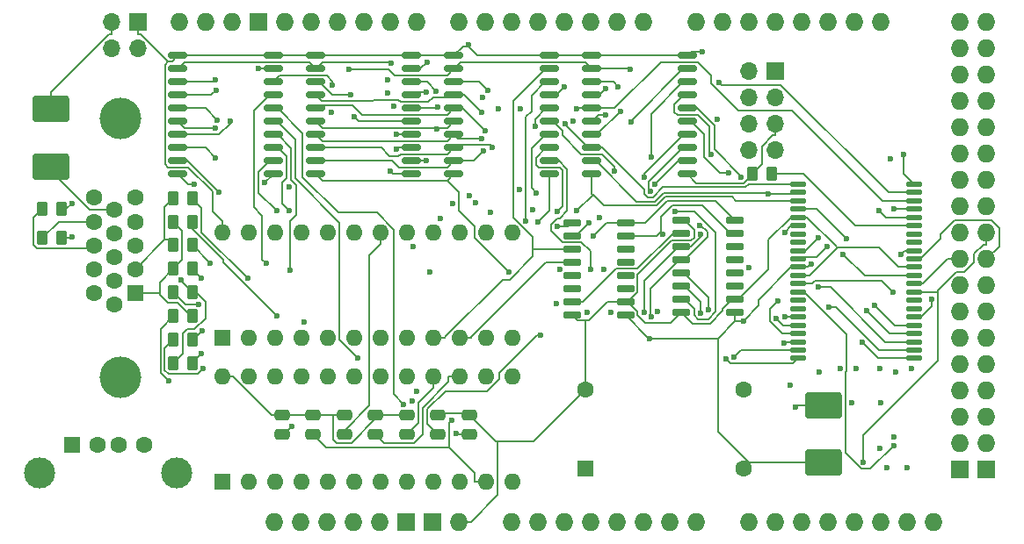
<source format=gbr>
%TF.GenerationSoftware,KiCad,Pcbnew,8.0.4+dfsg-1*%
%TF.CreationDate,2024-11-13T23:12:42-05:00*%
%TF.ProjectId,VGA_SRAM_Shield,5647415f-5352-4414-9d5f-536869656c64,rev?*%
%TF.SameCoordinates,Original*%
%TF.FileFunction,Copper,L4,Bot*%
%TF.FilePolarity,Positive*%
%FSLAX46Y46*%
G04 Gerber Fmt 4.6, Leading zero omitted, Abs format (unit mm)*
G04 Created by KiCad (PCBNEW 8.0.4+dfsg-1) date 2024-11-13 23:12:42*
%MOMM*%
%LPD*%
G01*
G04 APERTURE LIST*
G04 Aperture macros list*
%AMRoundRect*
0 Rectangle with rounded corners*
0 $1 Rounding radius*
0 $2 $3 $4 $5 $6 $7 $8 $9 X,Y pos of 4 corners*
0 Add a 4 corners polygon primitive as box body*
4,1,4,$2,$3,$4,$5,$6,$7,$8,$9,$2,$3,0*
0 Add four circle primitives for the rounded corners*
1,1,$1+$1,$2,$3*
1,1,$1+$1,$4,$5*
1,1,$1+$1,$6,$7*
1,1,$1+$1,$8,$9*
0 Add four rect primitives between the rounded corners*
20,1,$1+$1,$2,$3,$4,$5,0*
20,1,$1+$1,$4,$5,$6,$7,0*
20,1,$1+$1,$6,$7,$8,$9,0*
20,1,$1+$1,$8,$9,$2,$3,0*%
G04 Aperture macros list end*
%TA.AperFunction,ComponentPad*%
%ADD10R,1.700000X1.700000*%
%TD*%
%TA.AperFunction,ComponentPad*%
%ADD11O,1.700000X1.700000*%
%TD*%
%TA.AperFunction,ComponentPad*%
%ADD12R,1.600000X1.500000*%
%TD*%
%TA.AperFunction,ComponentPad*%
%ADD13C,1.600000*%
%TD*%
%TA.AperFunction,ComponentPad*%
%ADD14C,3.000000*%
%TD*%
%TA.AperFunction,ComponentPad*%
%ADD15C,4.000000*%
%TD*%
%TA.AperFunction,ComponentPad*%
%ADD16R,1.600000X1.600000*%
%TD*%
%TA.AperFunction,ComponentPad*%
%ADD17O,1.600000X1.600000*%
%TD*%
%TA.AperFunction,ComponentPad*%
%ADD18O,1.727200X1.727200*%
%TD*%
%TA.AperFunction,ComponentPad*%
%ADD19R,1.727200X1.727200*%
%TD*%
%TA.AperFunction,SMDPad,CuDef*%
%ADD20RoundRect,0.250000X-0.475000X0.250000X-0.475000X-0.250000X0.475000X-0.250000X0.475000X0.250000X0*%
%TD*%
%TA.AperFunction,SMDPad,CuDef*%
%ADD21RoundRect,0.150000X0.800000X0.150000X-0.800000X0.150000X-0.800000X-0.150000X0.800000X-0.150000X0*%
%TD*%
%TA.AperFunction,SMDPad,CuDef*%
%ADD22RoundRect,0.150000X0.725000X0.150000X-0.725000X0.150000X-0.725000X-0.150000X0.725000X-0.150000X0*%
%TD*%
%TA.AperFunction,SMDPad,CuDef*%
%ADD23RoundRect,0.250000X-0.262500X-0.450000X0.262500X-0.450000X0.262500X0.450000X-0.262500X0.450000X0*%
%TD*%
%TA.AperFunction,SMDPad,CuDef*%
%ADD24RoundRect,0.250000X0.262500X0.450000X-0.262500X0.450000X-0.262500X-0.450000X0.262500X-0.450000X0*%
%TD*%
%TA.AperFunction,SMDPad,CuDef*%
%ADD25RoundRect,0.249999X1.500001X-1.025001X1.500001X1.025001X-1.500001X1.025001X-1.500001X-1.025001X0*%
%TD*%
%TA.AperFunction,SMDPad,CuDef*%
%ADD26RoundRect,0.137500X0.625000X0.137500X-0.625000X0.137500X-0.625000X-0.137500X0.625000X-0.137500X0*%
%TD*%
%TA.AperFunction,ViaPad*%
%ADD27C,0.600000*%
%TD*%
%TA.AperFunction,Conductor*%
%ADD28C,0.200000*%
%TD*%
G04 APERTURE END LIST*
D10*
%TO.P,J2,1,Pin_1*%
%TO.N,PWR*%
X41700000Y-133625000D03*
D11*
%TO.P,J2,2,Pin_2*%
X39160000Y-133625000D03*
%TO.P,J2,3,Pin_3*%
%TO.N,GND*%
X41700000Y-136165000D03*
%TO.P,J2,4,Pin_4*%
X39160000Y-136165000D03*
%TD*%
D12*
%TO.P,J5,1,VBUS*%
%TO.N,PWR*%
X35355000Y-174390000D03*
D13*
%TO.P,J5,2,D-*%
%TO.N,Net-(A1-D18{slash}TX1)*%
X37855000Y-174390000D03*
%TO.P,J5,3,D+*%
%TO.N,Net-(A1-D19{slash}RX1)*%
X39855000Y-174390000D03*
%TO.P,J5,4,GND*%
%TO.N,GND*%
X42355000Y-174390000D03*
D14*
%TO.P,J5,5,Shield*%
X32285000Y-177100000D03*
X45425000Y-177100000D03*
%TD*%
D15*
%TO.P,J3,0*%
%TO.N,N/C*%
X40040000Y-142920000D03*
X40040000Y-167920000D03*
D16*
%TO.P,J3,1*%
%TO.N,Net-(J3-Pad1)*%
X41460000Y-159735000D03*
D13*
%TO.P,J3,2*%
%TO.N,Net-(J3-Pad2)*%
X41460000Y-157445000D03*
%TO.P,J3,3*%
%TO.N,Net-(J3-Pad3)*%
X41460000Y-155155000D03*
%TO.P,J3,4*%
%TO.N,unconnected-(J3-Pad4)*%
X41460000Y-152865000D03*
%TO.P,J3,5*%
%TO.N,GND*%
X41460000Y-150575000D03*
%TO.P,J3,6*%
X39480000Y-160880000D03*
%TO.P,J3,7*%
X39480000Y-158590000D03*
%TO.P,J3,8*%
X39480000Y-156300000D03*
%TO.P,J3,9*%
%TO.N,unconnected-(J3-Pad9)*%
X39480000Y-154010000D03*
%TO.P,J3,10*%
%TO.N,GND*%
X39480000Y-151720000D03*
%TO.P,J3,11*%
%TO.N,unconnected-(J3-Pad11)*%
X37500000Y-159735000D03*
%TO.P,J3,12*%
%TO.N,unconnected-(J3-Pad12)*%
X37500000Y-157445000D03*
%TO.P,J3,13*%
%TO.N,Net-(J3-Pad13)*%
X37500000Y-155155000D03*
%TO.P,J3,14*%
%TO.N,Net-(J3-Pad14)*%
X37500000Y-152865000D03*
%TO.P,J3,15*%
%TO.N,unconnected-(J3-Pad15)*%
X37500000Y-150575000D03*
%TD*%
D16*
%TO.P,X1,1,NC*%
%TO.N,unconnected-(X1-NC-Pad1)*%
X84836000Y-176657000D03*
D13*
%TO.P,X1,7,GND*%
%TO.N,GND*%
X100076000Y-176657000D03*
%TO.P,X1,8,OUT*%
%TO.N,H_CLK*%
X100076000Y-169037000D03*
%TO.P,X1,14,Vcc*%
%TO.N,PWR*%
X84836000Y-169037000D03*
%TD*%
D16*
%TO.P,U8,1,I1*%
%TO.N,A0*%
X49885600Y-164109400D03*
D17*
%TO.P,U8,2,I2*%
%TO.N,A1*%
X52425600Y-164109400D03*
%TO.P,U8,3,I3*%
%TO.N,A2*%
X54965600Y-164109400D03*
%TO.P,U8,4,I4*%
%TO.N,A3*%
X57505600Y-164109400D03*
%TO.P,U8,5,I5*%
%TO.N,A4*%
X60045600Y-164109400D03*
%TO.P,U8,6,I6*%
%TO.N,A5*%
X62585600Y-164109400D03*
%TO.P,U8,7,I7*%
%TO.N,A6*%
X65125600Y-164109400D03*
%TO.P,U8,8,I8*%
%TO.N,A7*%
X67665600Y-164109400D03*
%TO.P,U8,9,I9*%
%TO.N,A8*%
X70205600Y-164109400D03*
%TO.P,U8,10,I10*%
%TO.N,A9*%
X72745600Y-164109400D03*
%TO.P,U8,11,I11*%
%TO.N,unconnected-(U8-I11-Pad11)*%
X75285600Y-164109400D03*
%TO.P,U8,12,GND*%
%TO.N,GND*%
X77825600Y-164109400D03*
%TO.P,U8,13,I13*%
%TO.N,unconnected-(U8-I13-Pad13)*%
X77825600Y-153949400D03*
%TO.P,U8,14,IO14*%
%TO.N,unconnected-(U8-IO14-Pad14)*%
X75285600Y-153949400D03*
%TO.P,U8,15,IO15*%
%TO.N,unconnected-(U8-IO15-Pad15)*%
X72745600Y-153949400D03*
%TO.P,U8,16,IO16*%
%TO.N,H_VISIBLE*%
X70205600Y-153949400D03*
%TO.P,U8,17,IO17*%
%TO.N,unconnected-(U8-IO17-Pad17)*%
X67665600Y-153949400D03*
%TO.P,U8,18,IO18*%
%TO.N,~{H_SYNC}*%
X65125600Y-153949400D03*
%TO.P,U8,19,IO19*%
%TO.N,unconnected-(U8-IO19-Pad19)*%
X62585600Y-153949400D03*
%TO.P,U8,20,IO20*%
%TO.N,Net-(U3-~{MR})*%
X60045600Y-153949400D03*
%TO.P,U8,21,IO21*%
%TO.N,unconnected-(U8-IO21-Pad21)*%
X57505600Y-153949400D03*
%TO.P,U8,22,IO22*%
%TO.N,unconnected-(U8-IO22-Pad22)*%
X54965600Y-153949400D03*
%TO.P,U8,23,IO23*%
%TO.N,unconnected-(U8-IO23-Pad23)*%
X52425600Y-153949400D03*
%TO.P,U8,24,VCC*%
%TO.N,PWR*%
X49885600Y-153949400D03*
%TD*%
D18*
%TO.P,A1,*%
%TO.N,*%
X54864000Y-181864000D03*
%TO.P,A1,3V3,3.3V*%
%TO.N,unconnected-(A1-3.3V-Pad3V3)*%
X62484000Y-181864000D03*
%TO.P,A1,5V1,5V*%
%TO.N,unconnected-(A1-5V-Pad5V1)*%
X65024000Y-181864000D03*
%TO.P,A1,5V3,5V*%
%TO.N,unconnected-(A1-5V-Pad5V3)*%
X120904000Y-133604000D03*
%TO.P,A1,5V4,5V*%
%TO.N,unconnected-(A1-5V-Pad5V4)*%
X123444000Y-133604000D03*
%TO.P,A1,A0,A0*%
%TO.N,unconnected-(A1-PadA0)*%
X77724000Y-181864000D03*
%TO.P,A1,A1,A1*%
%TO.N,unconnected-(A1-PadA1)*%
X80264000Y-181864000D03*
%TO.P,A1,A2,A2*%
%TO.N,unconnected-(A1-PadA2)*%
X82804000Y-181864000D03*
%TO.P,A1,A3,A3*%
%TO.N,unconnected-(A1-PadA3)*%
X85344000Y-181864000D03*
%TO.P,A1,A4,A4*%
%TO.N,unconnected-(A1-PadA4)*%
X87884000Y-181864000D03*
%TO.P,A1,A5,A5*%
%TO.N,unconnected-(A1-PadA5)*%
X90424000Y-181864000D03*
%TO.P,A1,A6,A6*%
%TO.N,unconnected-(A1-PadA6)*%
X92964000Y-181864000D03*
%TO.P,A1,A7,A7*%
%TO.N,unconnected-(A1-PadA7)*%
X95504000Y-181864000D03*
%TO.P,A1,A8,A8*%
%TO.N,/MCUMEMADDR12*%
X100584000Y-181864000D03*
%TO.P,A1,A9,A9*%
%TO.N,/MCUMEMADDR13*%
X103124000Y-181864000D03*
%TO.P,A1,A10,A10*%
%TO.N,/MCUMEMADDR14*%
X105664000Y-181864000D03*
%TO.P,A1,A11,A11*%
%TO.N,/MCUMEMADDR15*%
X108204000Y-181864000D03*
%TO.P,A1,AREF,AREF*%
%TO.N,unconnected-(A1-PadAREF)*%
X50800000Y-133604000D03*
%TO.P,A1,CANR,CANRX*%
%TO.N,unconnected-(A1-CANRX-PadCANR)*%
X115824000Y-181864000D03*
%TO.P,A1,CANT,CANTX*%
%TO.N,unconnected-(A1-CANTX-PadCANT)*%
X118364000Y-181864000D03*
%TO.P,A1,D0,D0/RX0*%
%TO.N,unconnected-(A1-D0{slash}RX0-PadD0)*%
X90424000Y-133604000D03*
%TO.P,A1,D1,D1/TX0*%
%TO.N,unconnected-(A1-D1{slash}TX0-PadD1)*%
X87884000Y-133604000D03*
%TO.P,A1,D2,D2*%
%TO.N,/MCU OE*%
X85344000Y-133604000D03*
%TO.P,A1,D3,D3*%
%TO.N,/MCU CE*%
X82804000Y-133604000D03*
%TO.P,A1,D4,D4_CS1*%
%TO.N,/MCU WE*%
X80264000Y-133604000D03*
%TO.P,A1,D5,D5*%
%TO.N,unconnected-(A1-PadD5)*%
X77724000Y-133604000D03*
%TO.P,A1,D6,D6*%
%TO.N,/MCUMEMADDR19*%
X75184000Y-133604000D03*
%TO.P,A1,D7,D7*%
%TO.N,/MCUMEMADDR18*%
X72644000Y-133604000D03*
%TO.P,A1,D8,D8*%
%TO.N,/MCUMEMADDR17*%
X68580000Y-133604000D03*
%TO.P,A1,D9,D9*%
%TO.N,/MCUMEMADDR16*%
X66040000Y-133604000D03*
%TO.P,A1,D10,D10_CS0*%
%TO.N,unconnected-(A1-D10_CS0-PadD10)*%
X63500000Y-133604000D03*
%TO.P,A1,D11,D11*%
%TO.N,unconnected-(A1-PadD11)*%
X60960000Y-133604000D03*
%TO.P,A1,D12,D12*%
%TO.N,unconnected-(A1-PadD12)*%
X58420000Y-133604000D03*
%TO.P,A1,D13,D13*%
%TO.N,unconnected-(A1-PadD13)*%
X55880000Y-133604000D03*
%TO.P,A1,D14,D14/TX3*%
%TO.N,unconnected-(A1-D14{slash}TX3-PadD14)*%
X95504000Y-133604000D03*
%TO.P,A1,D15,D15/RX3*%
%TO.N,unconnected-(A1-D15{slash}RX3-PadD15)*%
X98044000Y-133604000D03*
%TO.P,A1,D16,D16/TX2*%
%TO.N,unconnected-(A1-D16{slash}TX2-PadD16)*%
X100584000Y-133604000D03*
%TO.P,A1,D17,D17/RX2*%
%TO.N,unconnected-(A1-D17{slash}RX2-PadD17)*%
X103124000Y-133604000D03*
%TO.P,A1,D18,D18/TX1*%
%TO.N,Net-(A1-D18{slash}TX1)*%
X105664000Y-133604000D03*
%TO.P,A1,D19,D19/RX1*%
%TO.N,Net-(A1-D19{slash}RX1)*%
X108204000Y-133604000D03*
%TO.P,A1,D20,D20/SDA*%
%TO.N,unconnected-(A1-D20{slash}SDA-PadD20)*%
X110744000Y-133604000D03*
%TO.P,A1,D21,D21/SCL*%
%TO.N,unconnected-(A1-D21{slash}SCL-PadD21)*%
X113284000Y-133604000D03*
%TO.P,A1,D22,D22*%
%TO.N,unconnected-(A1-PadD22)*%
X120904000Y-136144000D03*
%TO.P,A1,D23,D23*%
%TO.N,unconnected-(A1-PadD23)*%
X123444000Y-136144000D03*
%TO.P,A1,D24,D24*%
%TO.N,unconnected-(A1-PadD24)*%
X120904000Y-138684000D03*
%TO.P,A1,D25,D25*%
%TO.N,/MCUMEMADDR8*%
X123444000Y-138684000D03*
%TO.P,A1,D26,D26*%
%TO.N,/MCUMEMADDR9*%
X120904000Y-141224000D03*
%TO.P,A1,D27,D27*%
%TO.N,/MCUMEMADDR10*%
X123444000Y-141224000D03*
%TO.P,A1,D28,D28*%
%TO.N,/MCUMEMADDR11*%
X120904000Y-143764000D03*
%TO.P,A1,D29,D29*%
%TO.N,unconnected-(A1-PadD29)*%
X123444000Y-143764000D03*
%TO.P,A1,D30,D30*%
%TO.N,unconnected-(A1-PadD30)*%
X120904000Y-146304000D03*
%TO.P,A1,D31,D31*%
%TO.N,unconnected-(A1-PadD31)*%
X123444000Y-146304000D03*
%TO.P,A1,D32,D32*%
%TO.N,unconnected-(A1-PadD32)*%
X120904000Y-148844000D03*
%TO.P,A1,D33,D33*%
%TO.N,DATA0*%
X123444000Y-148844000D03*
%TO.P,A1,D34,D34*%
%TO.N,DATA1*%
X120904000Y-151384000D03*
%TO.P,A1,D35,D35*%
%TO.N,DATA2*%
X123444000Y-151384000D03*
%TO.P,A1,D36,D36*%
%TO.N,DATA3*%
X120904000Y-153924000D03*
%TO.P,A1,D37,D37*%
%TO.N,DATA4*%
X123444000Y-153924000D03*
%TO.P,A1,D38,D38*%
%TO.N,DATA5*%
X120904000Y-156464000D03*
%TO.P,A1,D39,D39*%
%TO.N,DATA6*%
X123444000Y-156464000D03*
%TO.P,A1,D40,D40*%
%TO.N,DATA7*%
X120904000Y-159004000D03*
%TO.P,A1,D41,D41*%
%TO.N,unconnected-(A1-PadD41)*%
X123444000Y-159004000D03*
%TO.P,A1,D42,D42*%
%TO.N,unconnected-(A1-PadD42)*%
X120904000Y-161544000D03*
%TO.P,A1,D43,D43*%
%TO.N,unconnected-(A1-PadD43)*%
X123444000Y-161544000D03*
%TO.P,A1,D44,D44*%
%TO.N,/MCUMEMADDR7*%
X120904000Y-164084000D03*
%TO.P,A1,D45,D45*%
%TO.N,/MCUMEMADDR6*%
X123444000Y-164084000D03*
%TO.P,A1,D46,D46*%
%TO.N,/MCUMEMADDR5*%
X120904000Y-166624000D03*
%TO.P,A1,D47,D47*%
%TO.N,/MCUMEMADDR4*%
X123444000Y-166624000D03*
%TO.P,A1,D48,D48*%
%TO.N,/MCUMEMADDR3*%
X120904000Y-169164000D03*
%TO.P,A1,D49,D49*%
%TO.N,/MCUMEMADDR2*%
X123444000Y-169164000D03*
%TO.P,A1,D50,D50*%
%TO.N,/MCUMEMADDR1*%
X120904000Y-171704000D03*
%TO.P,A1,D51,D51*%
%TO.N,/MCUMEMADDR0*%
X123444000Y-171704000D03*
%TO.P,A1,D52,D52_CS2*%
%TO.N,unconnected-(A1-D52_CS2-PadD52)*%
X120904000Y-174244000D03*
%TO.P,A1,D53,D53*%
%TO.N,unconnected-(A1-PadD53)*%
X123444000Y-174244000D03*
%TO.P,A1,DAC0,DAC0*%
%TO.N,unconnected-(A1-PadDAC0)*%
X110744000Y-181864000D03*
%TO.P,A1,DAC1,DAC1*%
%TO.N,unconnected-(A1-PadDAC1)*%
X113284000Y-181864000D03*
D19*
%TO.P,A1,GND1,GND*%
%TO.N,GND*%
X53340000Y-133604000D03*
%TO.P,A1,GND2,GND*%
X67564000Y-181864000D03*
%TO.P,A1,GND3,GND*%
X70104000Y-181864000D03*
%TO.P,A1,GND5,GND*%
X120904000Y-176784000D03*
%TO.P,A1,GND6,GND*%
X123444000Y-176784000D03*
D18*
%TO.P,A1,IORF,IOREF*%
%TO.N,unconnected-(A1-IOREF-PadIORF)*%
X57404000Y-181864000D03*
%TO.P,A1,RST1,RESET*%
%TO.N,unconnected-(A1-RESET-PadRST1)*%
X59944000Y-181864000D03*
%TO.P,A1,SCL1,SCL1*%
%TO.N,unconnected-(A1-PadSCL1)*%
X45720000Y-133604000D03*
%TO.P,A1,SDA1,SDA1*%
%TO.N,unconnected-(A1-PadSDA1)*%
X48260000Y-133604000D03*
%TO.P,A1,VIN,VIN*%
%TO.N,PWR*%
X72644000Y-181864000D03*
%TD*%
D10*
%TO.P,J1,1,Pin_1*%
%TO.N,~{H_SYNC}*%
X103124000Y-138328400D03*
D11*
%TO.P,J1,2,Pin_2*%
%TO.N,H_VISIBLE*%
X100584000Y-138328400D03*
%TO.P,J1,3,Pin_3*%
%TO.N,~{SCREEN_VISIBLE}*%
X103124000Y-140868400D03*
%TO.P,J1,4,Pin_4*%
%TO.N,~{V_RESET}*%
X100584000Y-140868400D03*
%TO.P,J1,5,Pin_5*%
%TO.N,GND*%
X103124000Y-143408400D03*
%TO.P,J1,6,Pin_6*%
%TO.N,~{V_SYNC}*%
X100584000Y-143408400D03*
%TO.P,J1,7,Pin_7*%
%TO.N,V_FRONT_PORCH*%
X103124000Y-145948400D03*
%TO.P,J1,8,Pin_8*%
%TO.N,~{V_VISIBLE}*%
X100584000Y-145948400D03*
%TD*%
D16*
%TO.P,U9,1,I1*%
%TO.N,Net-(U5-Q0)*%
X49885600Y-177927000D03*
D17*
%TO.P,U9,2,I2*%
%TO.N,A10*%
X52425600Y-177927000D03*
%TO.P,U9,3,I3*%
%TO.N,A11*%
X54965600Y-177927000D03*
%TO.P,U9,4,I4*%
%TO.N,A12*%
X57505600Y-177927000D03*
%TO.P,U9,5,I5*%
%TO.N,A13*%
X60045600Y-177927000D03*
%TO.P,U9,6,I6*%
%TO.N,A14*%
X62585600Y-177927000D03*
%TO.P,U9,7,I7*%
%TO.N,A15*%
X65125600Y-177927000D03*
%TO.P,U9,8,I8*%
%TO.N,A16*%
X67665600Y-177927000D03*
%TO.P,U9,9,I9*%
%TO.N,A17*%
X70205600Y-177927000D03*
%TO.P,U9,10,I10*%
%TO.N,A18*%
X72745600Y-177927000D03*
%TO.P,U9,11,I11*%
%TO.N,H_VISIBLE*%
X75285600Y-177927000D03*
%TO.P,U9,12,GND*%
%TO.N,GND*%
X77825600Y-177927000D03*
%TO.P,U9,13,I13*%
%TO.N,unconnected-(U9-I13-Pad13)*%
X77825600Y-167767000D03*
%TO.P,U9,14,IO14*%
%TO.N,~{V_VISIBLE}*%
X75285600Y-167767000D03*
%TO.P,U9,15,IO15*%
%TO.N,V_FRONT_PORCH*%
X72745600Y-167767000D03*
%TO.P,U9,16,IO16*%
%TO.N,~{V_SYNC}*%
X70205600Y-167767000D03*
%TO.P,U9,17,IO17*%
%TO.N,unconnected-(U9-IO17-Pad17)*%
X67665600Y-167767000D03*
%TO.P,U9,18,IO18*%
%TO.N,unconnected-(U9-IO18-Pad18)*%
X65125600Y-167767000D03*
%TO.P,U9,19,IO19*%
%TO.N,unconnected-(U9-IO19-Pad19)*%
X62585600Y-167767000D03*
%TO.P,U9,20,IO20*%
%TO.N,~{V_RESET}*%
X60045600Y-167767000D03*
%TO.P,U9,21,IO21*%
%TO.N,~{SCREEN_VISIBLE}*%
X57505600Y-167767000D03*
%TO.P,U9,22,IO22*%
%TO.N,unconnected-(U9-IO22-Pad22)*%
X54965600Y-167767000D03*
%TO.P,U9,23,IO23*%
%TO.N,unconnected-(U9-IO23-Pad23)*%
X52425600Y-167767000D03*
%TO.P,U9,24,VCC*%
%TO.N,PWR*%
X49885600Y-167767000D03*
%TD*%
D20*
%TO.P,C4,1*%
%TO.N,PWR*%
X64605000Y-171516000D03*
%TO.P,C4,2*%
%TO.N,V_FRONT_PORCH*%
X64605000Y-173416000D03*
%TD*%
D21*
%TO.P,U14,1,A->B*%
%TO.N,PWR*%
X94657300Y-136855200D03*
%TO.P,U14,2,A0*%
%TO.N,A0*%
X94657300Y-138125200D03*
%TO.P,U14,3,A1*%
%TO.N,A1*%
X94657300Y-139395200D03*
%TO.P,U14,4,A2*%
%TO.N,A2*%
X94657300Y-140665200D03*
%TO.P,U14,5,A3*%
%TO.N,A3*%
X94657300Y-141935200D03*
%TO.P,U14,6,A4*%
%TO.N,A4*%
X94657300Y-143205200D03*
%TO.P,U14,7,A5*%
%TO.N,A5*%
X94657300Y-144475200D03*
%TO.P,U14,8,A6*%
%TO.N,A6*%
X94657300Y-145745200D03*
%TO.P,U14,9,A7*%
%TO.N,A7*%
X94657300Y-147015200D03*
%TO.P,U14,10,GND*%
%TO.N,GND*%
X94657300Y-148285200D03*
%TO.P,U14,11,B7*%
%TO.N,MEMADDR7*%
X85457300Y-148285200D03*
%TO.P,U14,12,B6*%
%TO.N,MEMADDR6*%
X85457300Y-147015200D03*
%TO.P,U14,13,B5*%
%TO.N,MEMADDR5*%
X85457300Y-145745200D03*
%TO.P,U14,14,B4*%
%TO.N,MEMADDR4*%
X85457300Y-144475200D03*
%TO.P,U14,15,B3*%
%TO.N,MEMADDR3*%
X85457300Y-143205200D03*
%TO.P,U14,16,B2*%
%TO.N,MEMADDR2*%
X85457300Y-141935200D03*
%TO.P,U14,17,B1*%
%TO.N,MEMADDR1*%
X85457300Y-140665200D03*
%TO.P,U14,18,B0*%
%TO.N,MEMADDR0*%
X85457300Y-139395200D03*
%TO.P,U14,19,CE*%
%TO.N,~{TIMING ADDR}*%
X85457300Y-138125200D03*
%TO.P,U14,20,VCC*%
%TO.N,PWR*%
X85457300Y-136855200D03*
%TD*%
D20*
%TO.P,C8,1*%
%TO.N,PWR*%
X73635000Y-171516000D03*
%TO.P,C8,2*%
%TO.N,~{SCREEN_VISIBLE}*%
X73635000Y-173416000D03*
%TD*%
D22*
%TO.P,U4,1,~{MR}*%
%TO.N,Net-(U3-~{MR})*%
X88681000Y-152984200D03*
%TO.P,U4,2,CP*%
%TO.N,H_CLK*%
X88681000Y-154254200D03*
%TO.P,U4,3,D0*%
%TO.N,unconnected-(U4-D0-Pad3)*%
X88681000Y-155524200D03*
%TO.P,U4,4,D1*%
%TO.N,unconnected-(U4-D1-Pad4)*%
X88681000Y-156794200D03*
%TO.P,U4,5,D2*%
%TO.N,unconnected-(U4-D2-Pad5)*%
X88681000Y-158064200D03*
%TO.P,U4,6,D3*%
%TO.N,unconnected-(U4-D3-Pad6)*%
X88681000Y-159334200D03*
%TO.P,U4,7,CEP*%
%TO.N,PWR*%
X88681000Y-160604200D03*
%TO.P,U4,8,GND*%
%TO.N,GND*%
X88681000Y-161874200D03*
%TO.P,U4,9,~{PE}*%
%TO.N,PWR*%
X83531000Y-161874200D03*
%TO.P,U4,10,CET*%
%TO.N,Net-(U3-TC)*%
X83531000Y-160604200D03*
%TO.P,U4,11,Q3*%
%TO.N,unconnected-(U4-Q3-Pad11)*%
X83531000Y-159334200D03*
%TO.P,U4,12,Q2*%
%TO.N,unconnected-(U4-Q2-Pad12)*%
X83531000Y-158064200D03*
%TO.P,U4,13,Q1*%
%TO.N,A9*%
X83531000Y-156794200D03*
%TO.P,U4,14,Q0*%
%TO.N,A8*%
X83531000Y-155524200D03*
%TO.P,U4,15,TC*%
%TO.N,Net-(U4-TC)*%
X83531000Y-154254200D03*
%TO.P,U4,16,VCC*%
%TO.N,PWR*%
X83531000Y-152984200D03*
%TD*%
D23*
%TO.P,R1,1*%
%TO.N,Net-(U2-B2)*%
X45124200Y-161986000D03*
%TO.P,R1,2*%
%TO.N,Net-(J3-Pad1)*%
X46949200Y-161986000D03*
%TD*%
D20*
%TO.P,C7,1*%
%TO.N,PWR*%
X70625000Y-171516000D03*
%TO.P,C7,2*%
%TO.N,~{V_RESET}*%
X70625000Y-173416000D03*
%TD*%
D21*
%TO.P,U12,1,A->B*%
%TO.N,PWR*%
X68072000Y-136855200D03*
%TO.P,U12,2,A0*%
%TO.N,/MCUMEMADDR8*%
X68072000Y-138125200D03*
%TO.P,U12,3,A1*%
%TO.N,/MCUMEMADDR9*%
X68072000Y-139395200D03*
%TO.P,U12,4,A2*%
%TO.N,/MCUMEMADDR10*%
X68072000Y-140665200D03*
%TO.P,U12,5,A3*%
%TO.N,/MCUMEMADDR11*%
X68072000Y-141935200D03*
%TO.P,U12,6,A4*%
%TO.N,/MCUMEMADDR12*%
X68072000Y-143205200D03*
%TO.P,U12,7,A5*%
%TO.N,/MCUMEMADDR13*%
X68072000Y-144475200D03*
%TO.P,U12,8,A6*%
%TO.N,/MCUMEMADDR14*%
X68072000Y-145745200D03*
%TO.P,U12,9,A7*%
%TO.N,/MCUMEMADDR15*%
X68072000Y-147015200D03*
%TO.P,U12,10,GND*%
%TO.N,GND*%
X68072000Y-148285200D03*
%TO.P,U12,11,B7*%
%TO.N,MEMADDR15*%
X58872000Y-148285200D03*
%TO.P,U12,12,B6*%
%TO.N,MEMADDR14*%
X58872000Y-147015200D03*
%TO.P,U12,13,B5*%
%TO.N,MEMADDR13*%
X58872000Y-145745200D03*
%TO.P,U12,14,B4*%
%TO.N,MEMADDR12*%
X58872000Y-144475200D03*
%TO.P,U12,15,B3*%
%TO.N,MEMADDR11*%
X58872000Y-143205200D03*
%TO.P,U12,16,B2*%
%TO.N,MEMADDR10*%
X58872000Y-141935200D03*
%TO.P,U12,17,B1*%
%TO.N,MEMADDR9*%
X58872000Y-140665200D03*
%TO.P,U12,18,B0*%
%TO.N,MEMADDR8*%
X58872000Y-139395200D03*
%TO.P,U12,19,CE*%
%TO.N,Net-(U11-CE)*%
X58872000Y-138125200D03*
%TO.P,U12,20,VCC*%
%TO.N,PWR*%
X58872000Y-136855200D03*
%TD*%
D23*
%TO.P,R8,1*%
%TO.N,Net-(U2-B6)*%
X45124200Y-159700000D03*
%TO.P,R8,2*%
%TO.N,Net-(J3-Pad3)*%
X46949200Y-159700000D03*
%TD*%
%TO.P,R4,1*%
%TO.N,Net-(U2-B5)*%
X45124200Y-164272000D03*
%TO.P,R4,2*%
%TO.N,Net-(J3-Pad2)*%
X46949200Y-164272000D03*
%TD*%
D24*
%TO.P,R2,1*%
%TO.N,Net-(U2-B1)*%
X46949200Y-157414000D03*
%TO.P,R2,2*%
%TO.N,Net-(J3-Pad1)*%
X45124200Y-157414000D03*
%TD*%
D25*
%TO.P,C9,1*%
%TO.N,GND*%
X33350200Y-147536000D03*
%TO.P,C9,2*%
%TO.N,PWR*%
X33350200Y-141986000D03*
%TD*%
%TO.P,C6,1*%
%TO.N,GND*%
X107772200Y-176136400D03*
%TO.P,C6,2*%
%TO.N,PWR*%
X107772200Y-170586400D03*
%TD*%
D22*
%TO.P,U3,1,~{MR}*%
%TO.N,Net-(U3-~{MR})*%
X99237800Y-152755600D03*
%TO.P,U3,2,CP*%
%TO.N,H_CLK*%
X99237800Y-154025600D03*
%TO.P,U3,3,D0*%
%TO.N,unconnected-(U3-D0-Pad3)*%
X99237800Y-155295600D03*
%TO.P,U3,4,D1*%
%TO.N,unconnected-(U3-D1-Pad4)*%
X99237800Y-156565600D03*
%TO.P,U3,5,D2*%
%TO.N,unconnected-(U3-D2-Pad5)*%
X99237800Y-157835600D03*
%TO.P,U3,6,D3*%
%TO.N,unconnected-(U3-D3-Pad6)*%
X99237800Y-159105600D03*
%TO.P,U3,7,CEP*%
%TO.N,PWR*%
X99237800Y-160375600D03*
%TO.P,U3,8,GND*%
%TO.N,GND*%
X99237800Y-161645600D03*
%TO.P,U3,9,~{PE}*%
%TO.N,PWR*%
X94087800Y-161645600D03*
%TO.P,U3,10,CET*%
%TO.N,Net-(U10-TC)*%
X94087800Y-160375600D03*
%TO.P,U3,11,Q3*%
%TO.N,A7*%
X94087800Y-159105600D03*
%TO.P,U3,12,Q2*%
%TO.N,A6*%
X94087800Y-157835600D03*
%TO.P,U3,13,Q1*%
%TO.N,A5*%
X94087800Y-156565600D03*
%TO.P,U3,14,Q0*%
%TO.N,A4*%
X94087800Y-155295600D03*
%TO.P,U3,15,TC*%
%TO.N,Net-(U3-TC)*%
X94087800Y-154025600D03*
%TO.P,U3,16,VCC*%
%TO.N,PWR*%
X94087800Y-152755600D03*
%TD*%
D20*
%TO.P,C5,1*%
%TO.N,PWR*%
X67615000Y-171516000D03*
%TO.P,C5,2*%
%TO.N,~{V_SYNC}*%
X67615000Y-173416000D03*
%TD*%
%TO.P,C1,1*%
%TO.N,PWR*%
X55575000Y-171516000D03*
%TO.P,C1,2*%
%TO.N,Net-(U3-~{MR})*%
X55575000Y-173416000D03*
%TD*%
D26*
%TO.P,U1,1,A4*%
%TO.N,MEMADDR4*%
X116484400Y-149264800D03*
%TO.P,U1,2,A3*%
%TO.N,MEMADDR3*%
X116484400Y-150064800D03*
%TO.P,U1,3,A2*%
%TO.N,MEMADDR2*%
X116484400Y-150864800D03*
%TO.P,U1,4,A1*%
%TO.N,MEMADDR1*%
X116484400Y-151664800D03*
%TO.P,U1,5,A0*%
%TO.N,MEMADDR0*%
X116484400Y-152464800D03*
%TO.P,U1,6,~{CS1}*%
%TO.N,Net-(U1-~{CS1})*%
X116484400Y-153264800D03*
%TO.P,U1,7,NC*%
%TO.N,unconnected-(U1-NC-Pad7)*%
X116484400Y-154064800D03*
%TO.P,U1,8,NC*%
%TO.N,unconnected-(U1-NC-Pad8)*%
X116484400Y-154864800D03*
%TO.P,U1,9,I/O1*%
%TO.N,DATA7*%
X116484400Y-155664800D03*
%TO.P,U1,10,I/O2*%
%TO.N,DATA6*%
X116484400Y-156464800D03*
%TO.P,U1,11,VDD*%
%TO.N,PWR*%
X116484400Y-157264800D03*
%TO.P,U1,12,GND*%
%TO.N,GND*%
X116484400Y-158064800D03*
%TO.P,U1,13,I/O3*%
%TO.N,DATA5*%
X116484400Y-158864800D03*
%TO.P,U1,14,I/O4*%
%TO.N,DATA4*%
X116484400Y-159664800D03*
%TO.P,U1,15,NC*%
%TO.N,unconnected-(U1-NC-Pad15)*%
X116484400Y-160464800D03*
%TO.P,U1,16,NC*%
%TO.N,unconnected-(U1-NC-Pad16)*%
X116484400Y-161264800D03*
%TO.P,U1,17,~{WE}*%
%TO.N,Net-(U1-~{WE})*%
X116484400Y-162064800D03*
%TO.P,U1,18,A19*%
%TO.N,MEMADDR19*%
X116484400Y-162864800D03*
%TO.P,U1,19,A18*%
%TO.N,MEMADDR18*%
X116484400Y-163664800D03*
%TO.P,U1,20,A17*%
%TO.N,MEMADDR17*%
X116484400Y-164464800D03*
%TO.P,U1,21,A16*%
%TO.N,MEMADDR16*%
X116484400Y-165264800D03*
%TO.P,U1,22,A15*%
%TO.N,MEMADDR15*%
X116484400Y-166064800D03*
%TO.P,U1,23,A14*%
%TO.N,MEMADDR14*%
X105309400Y-166064800D03*
%TO.P,U1,24,A13*%
%TO.N,MEMADDR13*%
X105309400Y-165264800D03*
%TO.P,U1,25,A12*%
%TO.N,MEMADDR12*%
X105309400Y-164464800D03*
%TO.P,U1,26,A11*%
%TO.N,MEMADDR11*%
X105309400Y-163664800D03*
%TO.P,U1,27,A10*%
%TO.N,MEMADDR10*%
X105309400Y-162864800D03*
%TO.P,U1,28,A9*%
%TO.N,MEMADDR9*%
X105309400Y-162064800D03*
%TO.P,U1,29,NC*%
%TO.N,unconnected-(U1-NC-Pad29)*%
X105309400Y-161264800D03*
%TO.P,U1,30,NC*%
%TO.N,unconnected-(U1-NC-Pad30)*%
X105309400Y-160464800D03*
%TO.P,U1,31,I/O5*%
%TO.N,DATA3*%
X105309400Y-159664800D03*
%TO.P,U1,32,I/O6*%
%TO.N,DATA2*%
X105309400Y-158864800D03*
%TO.P,U1,33,VDD*%
%TO.N,PWR*%
X105309400Y-158064800D03*
%TO.P,U1,34,GND*%
%TO.N,GND*%
X105309400Y-157264800D03*
%TO.P,U1,35,I/O7*%
%TO.N,DATA1*%
X105309400Y-156464800D03*
%TO.P,U1,36,I/O8*%
%TO.N,DATA0*%
X105309400Y-155664800D03*
%TO.P,U1,37,NC*%
%TO.N,unconnected-(U1-NC-Pad37)*%
X105309400Y-154864800D03*
%TO.P,U1,38,NC*%
%TO.N,unconnected-(U1-NC-Pad38)*%
X105309400Y-154064800D03*
%TO.P,U1,39,A8*%
%TO.N,MEMADDR8*%
X105309400Y-153264800D03*
%TO.P,U1,40,CS2*%
%TO.N,PWR*%
X105309400Y-152464800D03*
%TO.P,U1,41,~{OE}*%
%TO.N,~{OE}*%
X105309400Y-151664800D03*
%TO.P,U1,42,A7*%
%TO.N,MEMADDR7*%
X105309400Y-150864800D03*
%TO.P,U1,43,A6*%
%TO.N,MEMADDR6*%
X105309400Y-150064800D03*
%TO.P,U1,44,A5*%
%TO.N,MEMADDR5*%
X105309400Y-149264800D03*
%TD*%
D24*
%TO.P,R5,1*%
%TO.N,Net-(U2-B4)*%
X46949200Y-155128000D03*
%TO.P,R5,2*%
%TO.N,Net-(J3-Pad2)*%
X45124200Y-155128000D03*
%TD*%
%TO.P,R7,1*%
%TO.N,Net-(U2-B7)*%
X46949200Y-166558000D03*
%TO.P,R7,2*%
%TO.N,Net-(J3-Pad3)*%
X45124200Y-166558000D03*
%TD*%
D20*
%TO.P,C3,1*%
%TO.N,PWR*%
X61595000Y-171516000D03*
%TO.P,C3,2*%
%TO.N,~{H_SYNC}*%
X61595000Y-173416000D03*
%TD*%
D23*
%TO.P,R11,1*%
%TO.N,Net-(J3-Pad13)*%
X32500000Y-151650000D03*
%TO.P,R11,2*%
%TO.N,~{H_SYNC}*%
X34325000Y-151650000D03*
%TD*%
D21*
%TO.P,U13,1,A->B*%
%TO.N,PWR*%
X81364700Y-136855200D03*
%TO.P,U13,2,A0*%
%TO.N,A8*%
X81364700Y-138125200D03*
%TO.P,U13,3,A1*%
%TO.N,A9*%
X81364700Y-139395200D03*
%TO.P,U13,4,A2*%
%TO.N,A10*%
X81364700Y-140665200D03*
%TO.P,U13,5,A3*%
%TO.N,A11*%
X81364700Y-141935200D03*
%TO.P,U13,6,A4*%
%TO.N,A12*%
X81364700Y-143205200D03*
%TO.P,U13,7,A5*%
%TO.N,A13*%
X81364700Y-144475200D03*
%TO.P,U13,8,A6*%
%TO.N,A14*%
X81364700Y-145745200D03*
%TO.P,U13,9,A7*%
%TO.N,A15*%
X81364700Y-147015200D03*
%TO.P,U13,10,GND*%
%TO.N,GND*%
X81364700Y-148285200D03*
%TO.P,U13,11,B7*%
%TO.N,MEMADDR15*%
X72164700Y-148285200D03*
%TO.P,U13,12,B6*%
%TO.N,MEMADDR14*%
X72164700Y-147015200D03*
%TO.P,U13,13,B5*%
%TO.N,MEMADDR13*%
X72164700Y-145745200D03*
%TO.P,U13,14,B4*%
%TO.N,MEMADDR12*%
X72164700Y-144475200D03*
%TO.P,U13,15,B3*%
%TO.N,MEMADDR11*%
X72164700Y-143205200D03*
%TO.P,U13,16,B2*%
%TO.N,MEMADDR10*%
X72164700Y-141935200D03*
%TO.P,U13,17,B1*%
%TO.N,MEMADDR9*%
X72164700Y-140665200D03*
%TO.P,U13,18,B0*%
%TO.N,MEMADDR8*%
X72164700Y-139395200D03*
%TO.P,U13,19,CE*%
%TO.N,~{TIMING ADDR}*%
X72164700Y-138125200D03*
%TO.P,U13,20,VCC*%
%TO.N,PWR*%
X72164700Y-136855200D03*
%TD*%
%TO.P,U11,1,A->B*%
%TO.N,PWR*%
X54779300Y-136855200D03*
%TO.P,U11,2,A0*%
%TO.N,/MCUMEMADDR0*%
X54779300Y-138125200D03*
%TO.P,U11,3,A1*%
%TO.N,/MCUMEMADDR1*%
X54779300Y-139395200D03*
%TO.P,U11,4,A2*%
%TO.N,/MCUMEMADDR2*%
X54779300Y-140665200D03*
%TO.P,U11,5,A3*%
%TO.N,/MCUMEMADDR3*%
X54779300Y-141935200D03*
%TO.P,U11,6,A4*%
%TO.N,/MCUMEMADDR4*%
X54779300Y-143205200D03*
%TO.P,U11,7,A5*%
%TO.N,/MCUMEMADDR5*%
X54779300Y-144475200D03*
%TO.P,U11,8,A6*%
%TO.N,/MCUMEMADDR6*%
X54779300Y-145745200D03*
%TO.P,U11,9,A7*%
%TO.N,/MCUMEMADDR7*%
X54779300Y-147015200D03*
%TO.P,U11,10,GND*%
%TO.N,GND*%
X54779300Y-148285200D03*
%TO.P,U11,11,B7*%
%TO.N,MEMADDR7*%
X45579300Y-148285200D03*
%TO.P,U11,12,B6*%
%TO.N,MEMADDR6*%
X45579300Y-147015200D03*
%TO.P,U11,13,B5*%
%TO.N,MEMADDR5*%
X45579300Y-145745200D03*
%TO.P,U11,14,B4*%
%TO.N,MEMADDR4*%
X45579300Y-144475200D03*
%TO.P,U11,15,B3*%
%TO.N,MEMADDR3*%
X45579300Y-143205200D03*
%TO.P,U11,16,B2*%
%TO.N,MEMADDR2*%
X45579300Y-141935200D03*
%TO.P,U11,17,B1*%
%TO.N,MEMADDR1*%
X45579300Y-140665200D03*
%TO.P,U11,18,B0*%
%TO.N,MEMADDR0*%
X45579300Y-139395200D03*
%TO.P,U11,19,CE*%
%TO.N,Net-(U11-CE)*%
X45579300Y-138125200D03*
%TO.P,U11,20,VCC*%
%TO.N,PWR*%
X45579300Y-136855200D03*
%TD*%
D20*
%TO.P,C2,1*%
%TO.N,PWR*%
X58585000Y-171516000D03*
%TO.P,C2,2*%
%TO.N,H_VISIBLE*%
X58585000Y-173416000D03*
%TD*%
D24*
%TO.P,R6,1*%
%TO.N,Net-(U2-B3)*%
X46949200Y-150606800D03*
%TO.P,R6,2*%
%TO.N,Net-(J3-Pad2)*%
X45124200Y-150606800D03*
%TD*%
D23*
%TO.P,R12,1*%
%TO.N,Net-(J3-Pad14)*%
X32500000Y-154444000D03*
%TO.P,R12,2*%
%TO.N,~{V_SYNC}*%
X34325000Y-154444000D03*
%TD*%
%TO.P,R10,1*%
%TO.N,GND*%
X100925000Y-148250000D03*
%TO.P,R10,2*%
%TO.N,Net-(U1-~{CS1})*%
X102750000Y-148250000D03*
%TD*%
D24*
%TO.P,R3,1*%
%TO.N,Net-(U2-B0)*%
X46949200Y-152892800D03*
%TO.P,R3,2*%
%TO.N,Net-(J3-Pad1)*%
X45124200Y-152892800D03*
%TD*%
D27*
%TO.N,Net-(U11-CE)*%
X66094300Y-137550000D03*
X114190200Y-146851100D03*
%TO.N,Net-(U1-~{WE})*%
X118152300Y-160385800D03*
X97487400Y-142967800D03*
%TO.N,/MCUMEMADDR5*%
X56367000Y-157520100D03*
%TO.N,/MCUMEMADDR13*%
X66583600Y-144475200D03*
%TO.N,DATA2*%
X114522200Y-173628000D03*
X114443500Y-159651700D03*
%TO.N,/MCUMEMADDR12*%
X62528400Y-142760300D03*
%TO.N,DATA1*%
X113882100Y-176632600D03*
X108111400Y-155301700D03*
%TO.N,DATA5*%
X113158600Y-174740500D03*
%TO.N,/MCUMEMADDR15*%
X69530500Y-146996000D03*
%TO.N,/MCUMEMADDR14*%
X66610200Y-145914700D03*
%TO.N,/MCUMEMADDR10*%
X69539000Y-140402200D03*
%TO.N,/MCUMEMADDR8*%
X69614000Y-137455900D03*
%TO.N,DATA3*%
X114513200Y-174513100D03*
%TO.N,DATA0*%
X115850900Y-176599600D03*
X107224100Y-154389200D03*
%TO.N,~{TIMING ADDR}*%
X62029700Y-138138000D03*
X89143500Y-138142500D03*
%TO.N,/MCUMEMADDR1*%
X60479900Y-139738500D03*
%TO.N,/MCUMEMADDR11*%
X70577000Y-141772900D03*
%TO.N,/MCUMEMADDR6*%
X56321400Y-151826400D03*
%TO.N,/MCUMEMADDR0*%
X53320600Y-138125200D03*
%TO.N,/MCUMEMADDR19*%
X66379800Y-141735900D03*
%TO.N,/MCUMEMADDR18*%
X65786300Y-140425400D03*
%TO.N,/MCUMEMADDR3*%
X67321500Y-170474000D03*
%TO.N,DATA7*%
X115215100Y-156039400D03*
%TO.N,DATA4*%
X111601500Y-176066800D03*
%TO.N,A17*%
X87253800Y-161659100D03*
%TO.N,A18*%
X60361700Y-142296200D03*
X91772000Y-161531600D03*
%TO.N,A16*%
X86602300Y-157486900D03*
%TO.N,Net-(U10-TC)*%
X93469100Y-151880800D03*
%TO.N,A14*%
X84972100Y-161661100D03*
X82105700Y-151893400D03*
%TO.N,A15*%
X85305500Y-157452100D03*
%TO.N,A13*%
X82050100Y-160781200D03*
X80104900Y-150083100D03*
%TO.N,Net-(U6-TC)*%
X82334700Y-157452100D03*
X100547600Y-157317000D03*
%TO.N,A12*%
X86146200Y-152485700D03*
X87647000Y-147999100D03*
%TO.N,A11*%
X68577300Y-169271600D03*
X79969800Y-143706600D03*
%TO.N,A10*%
X82822200Y-139844400D03*
%TO.N,Net-(U5-Q0)*%
X68122600Y-170216100D03*
%TO.N,A9*%
X79104400Y-152812500D03*
%TO.N,Net-(U4-TC)*%
X85173400Y-153005500D03*
%TO.N,A7*%
X95897900Y-161673300D03*
X91553300Y-149273500D03*
%TO.N,A5*%
X91178700Y-162074500D03*
X95833900Y-153253000D03*
X90505600Y-148614600D03*
%TO.N,A4*%
X95896600Y-154053200D03*
X98647500Y-148163200D03*
X90457500Y-161661100D03*
%TO.N,A6*%
X96698100Y-161373800D03*
X91079500Y-149931300D03*
%TO.N,H_CLK*%
X92290000Y-154085700D03*
%TO.N,A3*%
X99847800Y-148552000D03*
X68267300Y-155237400D03*
%TO.N,A0*%
X89249500Y-143241500D03*
X56248300Y-149487400D03*
%TO.N,A2*%
X96910300Y-146426100D03*
X57753400Y-162595400D03*
X70822600Y-152562600D03*
%TO.N,A1*%
X91157000Y-146614100D03*
X73674300Y-150396900D03*
%TO.N,MEMADDR6*%
X49496800Y-150023800D03*
X102406100Y-150184000D03*
%TO.N,/MCUMEMADDR2*%
X54056600Y-156889800D03*
%TO.N,MEMADDR1*%
X114578900Y-151664800D03*
X86747700Y-140064100D03*
X49251900Y-140179900D03*
%TO.N,/MCUMEMADDR7*%
X55085200Y-151829200D03*
%TO.N,MEMADDR8*%
X104035000Y-153900500D03*
X75442700Y-140244500D03*
X62253000Y-140653800D03*
%TO.N,MEMADDR19*%
X112657400Y-160916900D03*
X83670600Y-143190400D03*
%TO.N,MEMADDR17*%
X107293200Y-159171700D03*
X74955300Y-140899600D03*
%TO.N,/MCUMEMADDR17*%
X65795500Y-139155400D03*
%TO.N,MEMADDR16*%
X108295100Y-161153600D03*
X78596200Y-141952600D03*
%TO.N,MEMADDR18*%
X111913800Y-161486800D03*
X76400700Y-141962500D03*
%TO.N,MEMADDR7*%
X84018000Y-151825300D03*
X47130000Y-149290000D03*
%TO.N,~{OE}*%
X109950600Y-154555700D03*
%TO.N,MEMADDR3*%
X86744600Y-142590300D03*
X97733400Y-139465200D03*
X49181700Y-143867400D03*
%TO.N,MEMADDR12*%
X103952200Y-164558600D03*
X74812600Y-144887300D03*
%TO.N,MEMADDR4*%
X88184900Y-142239700D03*
X50591700Y-143185400D03*
X115473900Y-146402900D03*
%TO.N,MEMADDR5*%
X82850200Y-143394400D03*
X49196500Y-146686800D03*
%TO.N,MEMADDR15*%
X111481900Y-164525700D03*
X77418200Y-157712900D03*
%TO.N,MEMADDR11*%
X103340800Y-160539500D03*
X70498200Y-143961500D03*
%TO.N,MEMADDR10*%
X103212300Y-162194000D03*
X75144000Y-144087100D03*
%TO.N,/MCUMEMADDR9*%
X70404000Y-140257900D03*
%TO.N,/MCUMEMADDR4*%
X62888300Y-166033100D03*
%TO.N,MEMADDR9*%
X104021600Y-162039200D03*
X74811000Y-142330400D03*
%TO.N,MEMADDR2*%
X83988400Y-141990100D03*
X49353700Y-143066700D03*
%TO.N,MEMADDR14*%
X98330500Y-166077800D03*
X74963400Y-146087600D03*
%TO.N,MEMADDR13*%
X99157000Y-165938400D03*
X75859800Y-145687500D03*
%TO.N,MEMADDR0*%
X113084100Y-151797100D03*
X87948000Y-139844400D03*
X49181000Y-139179600D03*
%TO.N,Net-(U2-B7)*%
X47860300Y-165646900D03*
X116263000Y-167007500D03*
%TO.N,Net-(U2-B6)*%
X47592500Y-160854100D03*
X114686000Y-167393000D03*
%TO.N,Net-(U2-B5)*%
X47971200Y-167065500D03*
X113258900Y-170320100D03*
%TO.N,Net-(U2-B4)*%
X48711500Y-156890300D03*
X113163700Y-167030600D03*
%TO.N,Net-(U2-B3)*%
X52316100Y-158348500D03*
X110862300Y-167036600D03*
%TO.N,Net-(U2-B2)*%
X44671400Y-168258200D03*
X110514100Y-170305400D03*
%TO.N,Net-(U2-B1)*%
X47843600Y-158308400D03*
X109361800Y-167017000D03*
%TO.N,Net-(U2-B0)*%
X55088500Y-161985400D03*
X107350200Y-167412700D03*
%TO.N,Net-(J3-Pad3)*%
X45853800Y-158484500D03*
%TO.N,Net-(J3-Pad2)*%
X47896000Y-163428200D03*
%TO.N,~{V_VISIBLE}*%
X79720500Y-151718500D03*
%TO.N,GND*%
X91027700Y-164128600D03*
X53953000Y-149128400D03*
X66011400Y-148029500D03*
X106574600Y-156966000D03*
X109671000Y-156001700D03*
X100051700Y-162464200D03*
X80273000Y-152863300D03*
%TO.N,~{SCREEN_VISIBLE}*%
X72402100Y-173304400D03*
X104511800Y-168646000D03*
%TO.N,~{V_RESET}*%
X80511600Y-163801900D03*
X78484800Y-149753700D03*
%TO.N,~{V_SYNC}*%
X35351100Y-154326200D03*
X69876300Y-157740100D03*
X74198900Y-151003900D03*
%TO.N,V_FRONT_PORCH*%
X75636700Y-152009900D03*
%TO.N,~{H_SYNC}*%
X35361400Y-151090400D03*
X72056000Y-151164000D03*
%TO.N,H_VISIBLE*%
X71919700Y-172002100D03*
%TO.N,Net-(U3-~{MR})*%
X85624300Y-154227100D03*
X56548500Y-172600400D03*
%TO.N,PWR*%
X82148900Y-153355900D03*
X96115400Y-136482500D03*
X73533000Y-135803200D03*
X105067700Y-170763000D03*
%TD*%
D28*
%TO.N,Net-(U11-CE)*%
X58237000Y-137490200D02*
X58872000Y-138125200D01*
X46214300Y-137490200D02*
X58237000Y-137490200D01*
X45579300Y-138125200D02*
X46214300Y-137490200D01*
X66068700Y-137524400D02*
X66094300Y-137550000D01*
X59472800Y-137524400D02*
X66068700Y-137524400D01*
X58872000Y-138125200D02*
X59472800Y-137524400D01*
%TO.N,Net-(U1-~{WE})*%
X118152300Y-161056700D02*
X118152300Y-160385800D01*
X117144200Y-162064800D02*
X118152300Y-161056700D01*
X116484400Y-162064800D02*
X117144200Y-162064800D01*
%TO.N,/MCUMEMADDR5*%
X55150600Y-144475200D02*
X54779300Y-144475200D01*
X56454400Y-145779000D02*
X55150600Y-144475200D01*
X56454400Y-148844900D02*
X56454400Y-145779000D01*
X56961000Y-149351500D02*
X56454400Y-148844900D01*
X56961000Y-152259300D02*
X56961000Y-149351500D01*
X56367000Y-152853300D02*
X56961000Y-152259300D01*
X56367000Y-157520100D02*
X56367000Y-152853300D01*
%TO.N,/MCUMEMADDR13*%
X68072000Y-144475200D02*
X66583600Y-144475200D01*
%TO.N,DATA2*%
X113356700Y-158564900D02*
X114443500Y-159651700D01*
X106926100Y-158564900D02*
X113356700Y-158564900D01*
X106626200Y-158864800D02*
X106926100Y-158564900D01*
X105309400Y-158864800D02*
X106626200Y-158864800D01*
%TO.N,/MCUMEMADDR12*%
X62973300Y-143205200D02*
X62528400Y-142760300D01*
X68072000Y-143205200D02*
X62973300Y-143205200D01*
%TO.N,DATA1*%
X105451000Y-156323200D02*
X105309400Y-156464800D01*
X107089900Y-156323200D02*
X105451000Y-156323200D01*
X108111400Y-155301700D02*
X107089900Y-156323200D01*
%TO.N,DATA5*%
X117339500Y-158864800D02*
X119740300Y-156464000D01*
X116484400Y-158864800D02*
X117339500Y-158864800D01*
X120904000Y-156464000D02*
X119740300Y-156464000D01*
%TO.N,/MCUMEMADDR15*%
X68091200Y-146996000D02*
X69530500Y-146996000D01*
X68072000Y-147015200D02*
X68091200Y-146996000D01*
%TO.N,/MCUMEMADDR14*%
X66779700Y-145745200D02*
X68072000Y-145745200D01*
X66610200Y-145914700D02*
X66779700Y-145745200D01*
%TO.N,/MCUMEMADDR10*%
X68335000Y-140402200D02*
X68072000Y-140665200D01*
X69539000Y-140402200D02*
X68335000Y-140402200D01*
%TO.N,/MCUMEMADDR8*%
X68944700Y-138125200D02*
X69614000Y-137455900D01*
X68072000Y-138125200D02*
X68944700Y-138125200D01*
%TO.N,DATA3*%
X112295600Y-176730700D02*
X114513200Y-174513100D01*
X111416800Y-176730700D02*
X112295600Y-176730700D01*
X109882000Y-175195900D02*
X111416800Y-176730700D01*
X109882000Y-167345500D02*
X109882000Y-175195900D01*
X109967400Y-167260100D02*
X109882000Y-167345500D01*
X109967400Y-163718700D02*
X109967400Y-167260100D01*
X105913500Y-159664800D02*
X109967400Y-163718700D01*
X105309400Y-159664800D02*
X105913500Y-159664800D01*
%TO.N,DATA0*%
X105948500Y-155664800D02*
X107224100Y-154389200D01*
X105309400Y-155664800D02*
X105948500Y-155664800D01*
%TO.N,~{TIMING ADDR}*%
X84822300Y-137490200D02*
X85457300Y-138125200D01*
X72799700Y-137490200D02*
X84822300Y-137490200D01*
X72164700Y-138125200D02*
X72799700Y-137490200D01*
X89126200Y-138125200D02*
X89143500Y-138142500D01*
X85457300Y-138125200D02*
X89126200Y-138125200D01*
X71559000Y-138730900D02*
X72164700Y-138125200D01*
X66429900Y-138730900D02*
X71559000Y-138730900D01*
X65849100Y-138150100D02*
X66429900Y-138730900D01*
X62041800Y-138150100D02*
X65849100Y-138150100D01*
X62029700Y-138138000D02*
X62041800Y-138150100D01*
%TO.N,/MCUMEMADDR1*%
X60479900Y-139345200D02*
X60479900Y-139738500D01*
X59929100Y-138794400D02*
X60479900Y-139345200D01*
X55380100Y-138794400D02*
X59929100Y-138794400D01*
X54779300Y-139395200D02*
X55380100Y-138794400D01*
%TO.N,/MCUMEMADDR11*%
X70414700Y-141935200D02*
X70577000Y-141772900D01*
X68072000Y-141935200D02*
X70414700Y-141935200D01*
%TO.N,/MCUMEMADDR6*%
X55637000Y-151142000D02*
X56321400Y-151826400D01*
X55637000Y-149080100D02*
X55637000Y-151142000D01*
X56030100Y-148687000D02*
X55637000Y-149080100D01*
X56030100Y-146592700D02*
X56030100Y-148687000D01*
X55182600Y-145745200D02*
X56030100Y-146592700D01*
X54779300Y-145745200D02*
X55182600Y-145745200D01*
%TO.N,/MCUMEMADDR0*%
X54779300Y-138125200D02*
X53320600Y-138125200D01*
%TO.N,/MCUMEMADDR3*%
X66381000Y-169533500D02*
X67321500Y-170474000D01*
X66381000Y-153640200D02*
X66381000Y-169533500D01*
X64753800Y-152013000D02*
X66381000Y-153640200D01*
X60991800Y-152013000D02*
X64753800Y-152013000D01*
X57556100Y-148577300D02*
X60991800Y-152013000D01*
X57556100Y-144321100D02*
X57556100Y-148577300D01*
X55170200Y-141935200D02*
X57556100Y-144321100D01*
X54779300Y-141935200D02*
X55170200Y-141935200D01*
%TO.N,DATA7*%
X115589700Y-155664800D02*
X115215100Y-156039400D01*
X116484400Y-155664800D02*
X115589700Y-155664800D01*
%TO.N,DATA4*%
X123444000Y-153924000D02*
X123444000Y-155087700D01*
X118764100Y-159664800D02*
X116484400Y-159664800D01*
X118764100Y-159493200D02*
X118764100Y-159664800D01*
X120523300Y-157734000D02*
X118764100Y-159493200D01*
X121324700Y-157734000D02*
X120523300Y-157734000D01*
X122280300Y-156778400D02*
X121324700Y-157734000D01*
X122280300Y-155960400D02*
X122280300Y-156778400D01*
X123153000Y-155087700D02*
X122280300Y-155960400D01*
X123444000Y-155087700D02*
X123153000Y-155087700D01*
X111601500Y-173487200D02*
X111601500Y-176066800D01*
X118764100Y-166324600D02*
X111601500Y-173487200D01*
X118764100Y-159664800D02*
X118764100Y-166324600D01*
%TO.N,Net-(U10-TC)*%
X94379700Y-160375600D02*
X94087800Y-160375600D01*
X95297800Y-161293700D02*
X94379700Y-160375600D01*
X95297800Y-161921800D02*
X95297800Y-161293700D01*
X95660400Y-162284400D02*
X95297800Y-161921800D01*
X96636400Y-162284400D02*
X95660400Y-162284400D01*
X97366300Y-161554500D02*
X96636400Y-162284400D01*
X97366300Y-153909900D02*
X97366300Y-161554500D01*
X95337200Y-151880800D02*
X97366300Y-153909900D01*
X93469100Y-151880800D02*
X95337200Y-151880800D01*
%TO.N,A14*%
X82632200Y-151366900D02*
X82105700Y-151893400D01*
X82632200Y-147944300D02*
X82632200Y-151366900D01*
X82338100Y-147650200D02*
X82632200Y-147944300D01*
X80360200Y-147650200D02*
X82338100Y-147650200D01*
X80092800Y-147382800D02*
X80360200Y-147650200D01*
X80092800Y-146683000D02*
X80092800Y-147382800D01*
X81030600Y-145745200D02*
X80092800Y-146683000D01*
X81364700Y-145745200D02*
X81030600Y-145745200D01*
%TO.N,A15*%
X82269000Y-147015200D02*
X81364700Y-147015200D01*
X83049000Y-147795200D02*
X82269000Y-147015200D01*
X83049000Y-151837200D02*
X83049000Y-147795200D01*
X82354300Y-152531900D02*
X83049000Y-151837200D01*
X82089900Y-152531900D02*
X82354300Y-152531900D01*
X81494200Y-153127600D02*
X82089900Y-152531900D01*
X81494200Y-153765800D02*
X81494200Y-153127600D01*
X82583400Y-154855000D02*
X81494200Y-153765800D01*
X84441400Y-154855000D02*
X82583400Y-154855000D01*
X85305500Y-155719100D02*
X84441400Y-154855000D01*
X85305500Y-157452100D02*
X85305500Y-155719100D01*
%TO.N,A13*%
X79658600Y-149636800D02*
X80104900Y-150083100D01*
X79658600Y-145825300D02*
X79658600Y-149636800D01*
X81008700Y-144475200D02*
X79658600Y-145825300D01*
X81364700Y-144475200D02*
X81008700Y-144475200D01*
%TO.N,A12*%
X87647000Y-147536800D02*
X87647000Y-147999100D01*
X86456100Y-146345900D02*
X87647000Y-147536800D01*
X84406600Y-146345900D02*
X86456100Y-146345900D01*
X82615500Y-144554800D02*
X84406600Y-146345900D01*
X82615500Y-144110000D02*
X82615500Y-144554800D01*
X81710700Y-143205200D02*
X82615500Y-144110000D01*
X81364700Y-143205200D02*
X81710700Y-143205200D01*
%TO.N,A11*%
X79969800Y-143002700D02*
X79969800Y-143706600D01*
X81037300Y-141935200D02*
X79969800Y-143002700D01*
X81364700Y-141935200D02*
X81037300Y-141935200D01*
%TO.N,A10*%
X82001400Y-140665200D02*
X82822200Y-139844400D01*
X81364700Y-140665200D02*
X82001400Y-140665200D01*
%TO.N,A9*%
X72745600Y-164109400D02*
X73845700Y-164109400D01*
X73845700Y-163992800D02*
X73845700Y-164109400D01*
X81044300Y-156794200D02*
X73845700Y-163992800D01*
X83531000Y-156794200D02*
X81044300Y-156794200D01*
X80965500Y-139395200D02*
X81364700Y-139395200D01*
X79631300Y-140729400D02*
X80965500Y-139395200D01*
X79631300Y-142229600D02*
X79631300Y-140729400D01*
X79104400Y-142756500D02*
X79631300Y-142229600D01*
X79104400Y-152812500D02*
X79104400Y-142756500D01*
%TO.N,A8*%
X70205600Y-164109400D02*
X71305700Y-164109400D01*
X83531000Y-155524200D02*
X79774900Y-155524200D01*
X79774900Y-156235100D02*
X79774900Y-155524200D01*
X77534000Y-158476000D02*
X79774900Y-156235100D01*
X76823200Y-158476000D02*
X77534000Y-158476000D01*
X71305700Y-163993500D02*
X76823200Y-158476000D01*
X71305700Y-164109400D02*
X71305700Y-163993500D01*
X79774900Y-154331500D02*
X79774900Y-155524200D01*
X77884700Y-152441300D02*
X79774900Y-154331500D01*
X77884700Y-141245100D02*
X77884700Y-152441300D01*
X81004600Y-138125200D02*
X77884700Y-141245100D01*
X81364700Y-138125200D02*
X81004600Y-138125200D01*
%TO.N,Net-(U4-TC)*%
X83924700Y-154254200D02*
X85173400Y-153005500D01*
X83531000Y-154254200D02*
X83924700Y-154254200D01*
%TO.N,A7*%
X93811600Y-147015200D02*
X91553300Y-149273500D01*
X94657300Y-147015200D02*
X93811600Y-147015200D01*
X95897900Y-160600700D02*
X95897900Y-161673300D01*
X94402800Y-159105600D02*
X95897900Y-160600700D01*
X94087800Y-159105600D02*
X94402800Y-159105600D01*
%TO.N,A5*%
X90505600Y-148261700D02*
X90505600Y-148614600D01*
X94292100Y-144475200D02*
X90505600Y-148261700D01*
X94657300Y-144475200D02*
X94292100Y-144475200D01*
X94353300Y-156565600D02*
X94087800Y-156565600D01*
X96565500Y-154353400D02*
X94353300Y-156565600D01*
X96565500Y-153863700D02*
X96565500Y-154353400D01*
X95954800Y-153253000D02*
X96565500Y-153863700D01*
X95833900Y-153253000D02*
X95954800Y-153253000D01*
X91096700Y-161992500D02*
X91178700Y-162074500D01*
X91096700Y-159308900D02*
X91096700Y-161992500D01*
X93840000Y-156565600D02*
X91096700Y-159308900D01*
X94087800Y-156565600D02*
X93840000Y-156565600D01*
%TO.N,A4*%
X90457500Y-158617400D02*
X90457500Y-161661100D01*
X93779300Y-155295600D02*
X90457500Y-158617400D01*
X94087800Y-155295600D02*
X93779300Y-155295600D01*
X95896600Y-154378800D02*
X95896600Y-154053200D01*
X94979800Y-155295600D02*
X95896600Y-154378800D01*
X94087800Y-155295600D02*
X94979800Y-155295600D01*
X98647500Y-148163100D02*
X98647500Y-148163200D01*
X97739700Y-148163100D02*
X98647500Y-148163100D01*
X96250700Y-146674100D02*
X97739700Y-148163100D01*
X96250700Y-144461900D02*
X96250700Y-146674100D01*
X94994000Y-143205200D02*
X96250700Y-144461900D01*
X94657300Y-143205200D02*
X94994000Y-143205200D01*
%TO.N,A6*%
X90953200Y-149805000D02*
X91079500Y-149931300D01*
X90953200Y-149025000D02*
X90953200Y-149805000D01*
X94233000Y-145745200D02*
X90953200Y-149025000D01*
X94657300Y-145745200D02*
X94233000Y-145745200D01*
X96698100Y-160192000D02*
X96698100Y-161373800D01*
X94341700Y-157835600D02*
X96698100Y-160192000D01*
X94087800Y-157835600D02*
X94341700Y-157835600D01*
%TO.N,H_CLK*%
X92062800Y-153858500D02*
X92290000Y-154085700D01*
X91667100Y-154254200D02*
X92062800Y-153858500D01*
X88681000Y-154254200D02*
X91667100Y-154254200D01*
X98832000Y-154025600D02*
X99237800Y-154025600D01*
X96087100Y-151280700D02*
X98832000Y-154025600D01*
X93175500Y-151280700D02*
X96087100Y-151280700D01*
X92062800Y-152393400D02*
X93175500Y-151280700D01*
X92062800Y-153858500D02*
X92062800Y-152393400D01*
%TO.N,Net-(U3-TC)*%
X84578100Y-160604200D02*
X83531000Y-160604200D01*
X87753100Y-157429200D02*
X84578100Y-160604200D01*
X89857400Y-157429200D02*
X87753100Y-157429200D01*
X93261000Y-154025600D02*
X89857400Y-157429200D01*
X94087800Y-154025600D02*
X93261000Y-154025600D01*
%TO.N,A3*%
X95594400Y-141935200D02*
X94657300Y-141935200D01*
X97231400Y-143572200D02*
X95594400Y-141935200D01*
X97231400Y-145898500D02*
X97231400Y-143572200D01*
X99847800Y-148514900D02*
X97231400Y-145898500D01*
X99847800Y-148552000D02*
X99847800Y-148514900D01*
%TO.N,A0*%
X89249500Y-143130200D02*
X89249500Y-143241500D01*
X94254500Y-138125200D02*
X89249500Y-143130200D01*
X94657300Y-138125200D02*
X94254500Y-138125200D01*
%TO.N,A2*%
X96752400Y-146268200D02*
X96910300Y-146426100D01*
X96752400Y-143659100D02*
X96752400Y-146268200D01*
X95697800Y-142604500D02*
X96752400Y-143659100D01*
X93675200Y-142604500D02*
X95697800Y-142604500D01*
X93406500Y-142335800D02*
X93675200Y-142604500D01*
X93406500Y-141570700D02*
X93406500Y-142335800D01*
X94312000Y-140665200D02*
X93406500Y-141570700D01*
X94657300Y-140665200D02*
X94312000Y-140665200D01*
%TO.N,A1*%
X91157000Y-142476200D02*
X91157000Y-146614100D01*
X94238000Y-139395200D02*
X91157000Y-142476200D01*
X94657300Y-139395200D02*
X94238000Y-139395200D01*
%TO.N,MEMADDR6*%
X105190200Y-150184000D02*
X105309400Y-150064800D01*
X102406100Y-150184000D02*
X105190200Y-150184000D01*
X102302500Y-150080400D02*
X102406100Y-150184000D01*
X92344900Y-150080400D02*
X102302500Y-150080400D01*
X91493800Y-150931500D02*
X92344900Y-150080400D01*
X89730800Y-150931500D02*
X91493800Y-150931500D01*
X85814500Y-147015200D02*
X89730800Y-150931500D01*
X85457300Y-147015200D02*
X85814500Y-147015200D01*
X46488200Y-147015200D02*
X49496800Y-150023800D01*
X45579300Y-147015200D02*
X46488200Y-147015200D01*
%TO.N,/MCUMEMADDR2*%
X53695600Y-156528800D02*
X54056600Y-156889800D01*
X53695600Y-152272300D02*
X53695600Y-156528800D01*
X52930700Y-151507400D02*
X53695600Y-152272300D01*
X52930700Y-142122800D02*
X52930700Y-151507400D01*
X54388300Y-140665200D02*
X52930700Y-142122800D01*
X54779300Y-140665200D02*
X54388300Y-140665200D01*
%TO.N,MEMADDR1*%
X48766600Y-140665200D02*
X49251900Y-140179900D01*
X45579300Y-140665200D02*
X48766600Y-140665200D01*
X116484400Y-151664800D02*
X114578900Y-151664800D01*
X86146600Y-140665200D02*
X86747700Y-140064100D01*
X85457300Y-140665200D02*
X86146600Y-140665200D01*
%TO.N,/MCUMEMADDR7*%
X53352800Y-150096800D02*
X55085200Y-151829200D01*
X53352800Y-148059800D02*
X53352800Y-150096800D01*
X54397400Y-147015200D02*
X53352800Y-148059800D01*
X54779300Y-147015200D02*
X54397400Y-147015200D01*
%TO.N,MEMADDR8*%
X104670700Y-153264800D02*
X104035000Y-153900500D01*
X105309400Y-153264800D02*
X104670700Y-153264800D01*
X59210500Y-139395200D02*
X58872000Y-139395200D01*
X60469100Y-140653800D02*
X59210500Y-139395200D01*
X62253000Y-140653800D02*
X60469100Y-140653800D01*
X74593400Y-139395200D02*
X75442700Y-140244500D01*
X72164700Y-139395200D02*
X74593400Y-139395200D01*
%TO.N,MEMADDR19*%
X114605300Y-162864800D02*
X112657400Y-160916900D01*
X116484400Y-162864800D02*
X114605300Y-162864800D01*
%TO.N,MEMADDR17*%
X108418400Y-159171700D02*
X107293200Y-159171700D01*
X113711500Y-164464800D02*
X108418400Y-159171700D01*
X116484400Y-164464800D02*
X113711500Y-164464800D01*
%TO.N,MEMADDR16*%
X113069700Y-165264800D02*
X116484400Y-165264800D01*
X108958500Y-161153600D02*
X113069700Y-165264800D01*
X108295100Y-161153600D02*
X108958500Y-161153600D01*
%TO.N,MEMADDR18*%
X114091800Y-163664800D02*
X111913800Y-161486800D01*
X116484400Y-163664800D02*
X114091800Y-163664800D01*
%TO.N,MEMADDR7*%
X46584100Y-149290000D02*
X45579300Y-148285200D01*
X47130000Y-149290000D02*
X46584100Y-149290000D01*
X86580700Y-151331600D02*
X85546200Y-150297100D01*
X91659500Y-151331600D02*
X86580700Y-151331600D01*
X92510600Y-150480500D02*
X91659500Y-151331600D01*
X98948200Y-150480500D02*
X92510600Y-150480500D01*
X99332500Y-150864800D02*
X98948200Y-150480500D01*
X105309400Y-150864800D02*
X99332500Y-150864800D01*
X85457300Y-150208200D02*
X85457300Y-148285200D01*
X85546200Y-150297100D02*
X85457300Y-150208200D01*
X85546200Y-150297100D02*
X84018000Y-151825300D01*
%TO.N,~{OE}*%
X107059700Y-151664800D02*
X109950600Y-154555700D01*
X105309400Y-151664800D02*
X107059700Y-151664800D01*
%TO.N,MEMADDR3*%
X97969800Y-139701600D02*
X97733400Y-139465200D01*
X103642100Y-139701600D02*
X97969800Y-139701600D01*
X114005300Y-150064800D02*
X103642100Y-139701600D01*
X116484400Y-150064800D02*
X114005300Y-150064800D01*
X46241500Y-143867400D02*
X49181700Y-143867400D01*
X45579300Y-143205200D02*
X46241500Y-143867400D01*
X86072200Y-142590300D02*
X86744600Y-142590300D01*
X85457300Y-143205200D02*
X86072200Y-142590300D01*
%TO.N,MEMADDR12*%
X104046000Y-164464800D02*
X103952200Y-164558600D01*
X105309400Y-164464800D02*
X104046000Y-164464800D01*
X72576800Y-144887300D02*
X74812600Y-144887300D01*
X72164700Y-144475200D02*
X72576800Y-144887300D01*
X71543000Y-145096900D02*
X72164700Y-144475200D01*
X59493700Y-145096900D02*
X71543000Y-145096900D01*
X58872000Y-144475200D02*
X59493700Y-145096900D01*
%TO.N,MEMADDR4*%
X85949400Y-144475200D02*
X85457300Y-144475200D01*
X88184900Y-142239700D02*
X85949400Y-144475200D01*
X115473900Y-148254300D02*
X115473900Y-146402900D01*
X116484400Y-149264800D02*
X115473900Y-148254300D01*
X50591700Y-143383700D02*
X50591700Y-143185400D01*
X49500200Y-144475200D02*
X50591700Y-143383700D01*
X45579300Y-144475200D02*
X49500200Y-144475200D01*
%TO.N,MEMADDR5*%
X48254900Y-145745200D02*
X45579300Y-145745200D01*
X49196500Y-146686800D02*
X48254900Y-145745200D01*
X86424400Y-145745200D02*
X85457300Y-145745200D01*
X90479400Y-149800200D02*
X86424400Y-145745200D01*
X90479400Y-150179800D02*
X90479400Y-149800200D01*
X90831000Y-150531400D02*
X90479400Y-150179800D01*
X91328000Y-150531400D02*
X90831000Y-150531400D01*
X92307200Y-149552200D02*
X91328000Y-150531400D01*
X100262100Y-149552200D02*
X92307200Y-149552200D01*
X100549500Y-149264800D02*
X100262100Y-149552200D01*
X105309400Y-149264800D02*
X100549500Y-149264800D01*
X82850200Y-143511700D02*
X82850200Y-143394400D01*
X85083700Y-145745200D02*
X82850200Y-143511700D01*
X85457300Y-145745200D02*
X85083700Y-145745200D01*
%TO.N,MEMADDR15*%
X72164700Y-148285200D02*
X71563900Y-148886000D01*
X59472800Y-148886000D02*
X58872000Y-148285200D01*
X71563900Y-148886000D02*
X59472800Y-148886000D01*
X72663000Y-149985100D02*
X71563900Y-148886000D01*
X72663000Y-151813000D02*
X72663000Y-149985100D01*
X74157200Y-153307200D02*
X72663000Y-151813000D01*
X74157200Y-154451900D02*
X74157200Y-153307200D01*
X77418200Y-157712900D02*
X74157200Y-154451900D01*
X113021000Y-166064800D02*
X111481900Y-164525700D01*
X116484400Y-166064800D02*
X113021000Y-166064800D01*
%TO.N,DATA6*%
X124663300Y-155244700D02*
X123444000Y-156464000D01*
X124663300Y-153479900D02*
X124663300Y-155244700D01*
X123915700Y-152732300D02*
X124663300Y-153479900D01*
X120344200Y-152732300D02*
X123915700Y-152732300D01*
X118999900Y-154076600D02*
X120344200Y-152732300D01*
X118999900Y-154551000D02*
X118999900Y-154076600D01*
X117086100Y-156464800D02*
X118999900Y-154551000D01*
X116484400Y-156464800D02*
X117086100Y-156464800D01*
%TO.N,MEMADDR11*%
X71553400Y-143816500D02*
X72164700Y-143205200D01*
X70498200Y-143816500D02*
X71553400Y-143816500D01*
X103768800Y-163664800D02*
X105309400Y-163664800D01*
X102567800Y-162463800D02*
X103768800Y-163664800D01*
X102567800Y-161312500D02*
X102567800Y-162463800D01*
X103340800Y-160539500D02*
X102567800Y-161312500D01*
X59483300Y-143816500D02*
X58872000Y-143205200D01*
X70498200Y-143816500D02*
X59483300Y-143816500D01*
X70498200Y-143816500D02*
X70498200Y-143961500D01*
%TO.N,MEMADDR10*%
X72992100Y-141935200D02*
X72164700Y-141935200D01*
X75144000Y-144087100D02*
X72992100Y-141935200D01*
X59121500Y-141685700D02*
X58872000Y-141935200D01*
X62401300Y-141685700D02*
X59121500Y-141685700D01*
X63275900Y-142560300D02*
X62401300Y-141685700D01*
X71539600Y-142560300D02*
X63275900Y-142560300D01*
X72164700Y-141935200D02*
X71539600Y-142560300D01*
X103883100Y-162864800D02*
X103212300Y-162194000D01*
X105309400Y-162864800D02*
X103883100Y-162864800D01*
%TO.N,/MCUMEMADDR9*%
X69541300Y-139395200D02*
X70404000Y-140257900D01*
X68072000Y-139395200D02*
X69541300Y-139395200D01*
%TO.N,/MCUMEMADDR4*%
X61145800Y-164290600D02*
X62888300Y-166033100D01*
X61145800Y-152970400D02*
X61145800Y-164290600D01*
X56869300Y-148693900D02*
X61145800Y-152970400D01*
X56869300Y-144950600D02*
X56869300Y-148693900D01*
X55123900Y-143205200D02*
X56869300Y-144950600D01*
X54779300Y-143205200D02*
X55123900Y-143205200D01*
%TO.N,MEMADDR9*%
X104047200Y-162064800D02*
X104021600Y-162039200D01*
X105309400Y-162064800D02*
X104047200Y-162064800D01*
X73145800Y-140665200D02*
X72164700Y-140665200D01*
X74811000Y-142330400D02*
X73145800Y-140665200D01*
X71971900Y-140858000D02*
X72164700Y-140665200D01*
X70178300Y-140858000D02*
X71971900Y-140858000D01*
X69701900Y-141334400D02*
X70178300Y-140858000D01*
X67019900Y-141334400D02*
X69701900Y-141334400D01*
X66821200Y-141135700D02*
X67019900Y-141334400D01*
X64430800Y-141135700D02*
X66821200Y-141135700D01*
X64312600Y-141253900D02*
X64430800Y-141135700D01*
X59460700Y-141253900D02*
X64312600Y-141253900D01*
X58872000Y-140665200D02*
X59460700Y-141253900D01*
%TO.N,MEMADDR2*%
X84043300Y-141935200D02*
X83988400Y-141990100D01*
X85457300Y-141935200D02*
X84043300Y-141935200D01*
X87640800Y-141935200D02*
X85457300Y-141935200D01*
X92085700Y-137490300D02*
X87640800Y-141935200D01*
X95651000Y-137490300D02*
X92085700Y-137490300D01*
X96928400Y-138767700D02*
X95651000Y-137490300D01*
X96928400Y-139534300D02*
X96928400Y-138767700D01*
X99532500Y-142138400D02*
X96928400Y-139534300D01*
X104697000Y-142138400D02*
X99532500Y-142138400D01*
X113423400Y-150864800D02*
X104697000Y-142138400D01*
X116484400Y-150864800D02*
X113423400Y-150864800D01*
X48222200Y-141935200D02*
X49353700Y-143066700D01*
X45579300Y-141935200D02*
X48222200Y-141935200D01*
%TO.N,MEMADDR14*%
X104809400Y-166564800D02*
X105309400Y-166064800D01*
X98817500Y-166564800D02*
X104809400Y-166564800D01*
X98330500Y-166077800D02*
X98817500Y-166564800D01*
X74035800Y-147015200D02*
X72164700Y-147015200D01*
X74963400Y-146087600D02*
X74035800Y-147015200D01*
X66230300Y-147015200D02*
X58872000Y-147015200D01*
X66835700Y-147620600D02*
X66230300Y-147015200D01*
X71559300Y-147620600D02*
X66835700Y-147620600D01*
X72164700Y-147015200D02*
X71559300Y-147620600D01*
%TO.N,MEMADDR13*%
X99830600Y-165264800D02*
X99157000Y-165938400D01*
X105309400Y-165264800D02*
X99830600Y-165264800D01*
X65168300Y-145745200D02*
X58872000Y-145745200D01*
X65975100Y-146552000D02*
X65168300Y-145745200D01*
X66821600Y-146552000D02*
X65975100Y-146552000D01*
X67002200Y-146371400D02*
X66821600Y-146552000D01*
X71538500Y-146371400D02*
X67002200Y-146371400D01*
X72164700Y-145745200D02*
X71538500Y-146371400D01*
X75659800Y-145487500D02*
X75859800Y-145687500D01*
X72422400Y-145487500D02*
X75659800Y-145487500D01*
X72164700Y-145745200D02*
X72422400Y-145487500D01*
%TO.N,MEMADDR0*%
X113751800Y-152464800D02*
X113084100Y-151797100D01*
X116484400Y-152464800D02*
X113751800Y-152464800D01*
X48965400Y-139395200D02*
X49181000Y-139179600D01*
X45579300Y-139395200D02*
X48965400Y-139395200D01*
X87498800Y-139395200D02*
X87948000Y-139844400D01*
X85457300Y-139395200D02*
X87498800Y-139395200D01*
%TO.N,Net-(U1-~{CS1})*%
X110827000Y-153264800D02*
X116484400Y-153264800D01*
X105812200Y-148250000D02*
X110827000Y-153264800D01*
X102750000Y-148250000D02*
X105812200Y-148250000D01*
%TO.N,Net-(U2-B7)*%
X46949200Y-166558000D02*
X47860300Y-165646900D01*
%TO.N,Net-(U2-B6)*%
X46278300Y-160854100D02*
X47592500Y-160854100D01*
X45124200Y-159700000D02*
X46278300Y-160854100D01*
%TO.N,Net-(U2-B5)*%
X47459100Y-167577600D02*
X47971200Y-167065500D01*
X44650700Y-167577600D02*
X47459100Y-167577600D01*
X44297100Y-167224000D02*
X44650700Y-167577600D01*
X44297100Y-165099100D02*
X44297100Y-167224000D01*
X45124200Y-164272000D02*
X44297100Y-165099100D01*
%TO.N,Net-(U2-B4)*%
X46949200Y-155128000D02*
X48711500Y-156890300D01*
%TO.N,Net-(U2-B3)*%
X47857000Y-153889400D02*
X52316100Y-158348500D01*
X47857000Y-151514600D02*
X47857000Y-153889400D01*
X46949200Y-150606800D02*
X47857000Y-151514600D01*
%TO.N,Net-(U2-B2)*%
X43886900Y-167473700D02*
X44671400Y-168258200D01*
X43886900Y-163223300D02*
X43886900Y-167473700D01*
X45124200Y-161986000D02*
X43886900Y-163223300D01*
%TO.N,Net-(U2-B1)*%
X46949200Y-157414000D02*
X47843600Y-158308400D01*
%TO.N,Net-(U2-B0)*%
X49899300Y-156796200D02*
X55088500Y-161985400D01*
X49899300Y-156551300D02*
X49899300Y-156796200D01*
X46949200Y-153601200D02*
X49899300Y-156551300D01*
X46949200Y-152892800D02*
X46949200Y-153601200D01*
%TO.N,Net-(J3-Pad1)*%
X41460000Y-159735000D02*
X42560100Y-159735000D01*
X43815400Y-159735000D02*
X42560100Y-159735000D01*
X43815400Y-159906700D02*
X43815400Y-159735000D01*
X44610100Y-160701400D02*
X43815400Y-159906700D01*
X45499500Y-160701400D02*
X44610100Y-160701400D01*
X46784100Y-161986000D02*
X45499500Y-160701400D01*
X46949200Y-161986000D02*
X46784100Y-161986000D01*
X43815400Y-158722800D02*
X45124200Y-157414000D01*
X43815400Y-159735000D02*
X43815400Y-158722800D01*
X45979700Y-156558500D02*
X45124200Y-157414000D01*
X45979700Y-153748300D02*
X45979700Y-156558500D01*
X45124200Y-152892800D02*
X45979700Y-153748300D01*
%TO.N,Net-(J3-Pad14)*%
X34079000Y-152865000D02*
X37500000Y-152865000D01*
X32500000Y-154444000D02*
X34079000Y-152865000D01*
%TO.N,Net-(J3-Pad13)*%
X37188800Y-155466200D02*
X37500000Y-155155000D01*
X32019300Y-155466200D02*
X37188800Y-155466200D01*
X31641500Y-155088400D02*
X32019300Y-155466200D01*
X31641500Y-152508500D02*
X31641500Y-155088400D01*
X32500000Y-151650000D02*
X31641500Y-152508500D01*
%TO.N,Net-(J3-Pad3)*%
X45853800Y-158604600D02*
X45853800Y-158484500D01*
X46949200Y-159700000D02*
X45853800Y-158604600D01*
X47336500Y-159700000D02*
X46949200Y-159700000D01*
X48213000Y-160576500D02*
X47336500Y-159700000D01*
X48213000Y-162238200D02*
X48213000Y-160576500D01*
X47180700Y-163270500D02*
X48213000Y-162238200D01*
X46455200Y-163270500D02*
X47180700Y-163270500D01*
X46036700Y-163689000D02*
X46455200Y-163270500D01*
X46036700Y-165645500D02*
X46036700Y-163689000D01*
X45124200Y-166558000D02*
X46036700Y-165645500D01*
%TO.N,Net-(J3-Pad2)*%
X44617300Y-154621100D02*
X45124200Y-155128000D01*
X44283900Y-154621100D02*
X44617300Y-154621100D01*
X44283900Y-151447100D02*
X44283900Y-154621100D01*
X45124200Y-150606800D02*
X44283900Y-151447100D01*
X44283900Y-154621100D02*
X41460000Y-157445000D01*
X47052200Y-164272000D02*
X47896000Y-163428200D01*
X46949200Y-164272000D02*
X47052200Y-164272000D01*
%TO.N,GND*%
X103124000Y-143408400D02*
X103124000Y-144558500D01*
X101854000Y-147321000D02*
X100925000Y-148250000D01*
X101854000Y-145590200D02*
X101854000Y-147321000D01*
X102885700Y-144558500D02*
X101854000Y-145590200D01*
X103124000Y-144558500D02*
X102885700Y-144558500D01*
X54779300Y-148302100D02*
X53953000Y-149128400D01*
X54779300Y-148285200D02*
X54779300Y-148302100D01*
X33350200Y-147981900D02*
X33350200Y-147536000D01*
X37088300Y-151720000D02*
X33350200Y-147981900D01*
X39480000Y-151720000D02*
X37088300Y-151720000D01*
X66267100Y-148285200D02*
X68072000Y-148285200D01*
X66011400Y-148029500D02*
X66267100Y-148285200D01*
X111734100Y-158064800D02*
X109671000Y-156001700D01*
X116484400Y-158064800D02*
X111734100Y-158064800D01*
X100925000Y-148323500D02*
X100925000Y-148250000D01*
X100096400Y-149152100D02*
X100925000Y-148323500D01*
X95524200Y-149152100D02*
X100096400Y-149152100D01*
X94657300Y-148285200D02*
X95524200Y-149152100D01*
X90935400Y-164128600D02*
X91027700Y-164128600D01*
X88681000Y-161874200D02*
X90935400Y-164128600D01*
X106275800Y-157264800D02*
X105309400Y-157264800D01*
X106574600Y-156966000D02*
X106275800Y-157264800D01*
X101539500Y-160976400D02*
X100051700Y-162464200D01*
X101539500Y-160401100D02*
X101539500Y-160976400D01*
X104675800Y-157264800D02*
X101539500Y-160401100D01*
X105309400Y-157264800D02*
X104675800Y-157264800D01*
X99237800Y-162464200D02*
X99237800Y-161645600D01*
X100051700Y-162464200D02*
X99237800Y-162464200D01*
X99237800Y-162464200D02*
X97573400Y-164128600D01*
X97573400Y-164128600D02*
X91027700Y-164128600D01*
X97573400Y-173113200D02*
X97573400Y-164128600D01*
X100596600Y-176136400D02*
X97573400Y-173113200D01*
X107772200Y-176136400D02*
X100596600Y-176136400D01*
X100596600Y-176136400D02*
X100076000Y-176657000D01*
X81364700Y-151771600D02*
X80273000Y-152863300D01*
X81364700Y-148285200D02*
X81364700Y-151771600D01*
%TO.N,~{SCREEN_VISIBLE}*%
X72513700Y-173416000D02*
X72402100Y-173304400D01*
X73635000Y-173416000D02*
X72513700Y-173416000D01*
%TO.N,~{V_RESET}*%
X80199500Y-163801900D02*
X80511600Y-163801900D01*
X76555600Y-167445800D02*
X80199500Y-163801900D01*
X76555600Y-168062100D02*
X76555600Y-167445800D01*
X75377700Y-169240000D02*
X76555600Y-168062100D01*
X71319000Y-169240000D02*
X75377700Y-169240000D01*
X69582400Y-170976600D02*
X71319000Y-169240000D01*
X69582400Y-172373400D02*
X69582400Y-170976600D01*
X70625000Y-173416000D02*
X69582400Y-172373400D01*
%TO.N,~{V_SYNC}*%
X70205600Y-167767000D02*
X70205600Y-168867100D01*
X68732200Y-172298800D02*
X67615000Y-173416000D01*
X68732200Y-170340500D02*
X68732200Y-172298800D01*
X70205600Y-168867100D02*
X68732200Y-170340500D01*
X35233300Y-154444000D02*
X35351100Y-154326200D01*
X34325000Y-154444000D02*
X35233300Y-154444000D01*
%TO.N,V_FRONT_PORCH*%
X71645500Y-168341700D02*
X71645500Y-167767000D01*
X69132400Y-170854800D02*
X71645500Y-168341700D01*
X69132400Y-173435000D02*
X69132400Y-170854800D01*
X68314700Y-174252700D02*
X69132400Y-173435000D01*
X65441700Y-174252700D02*
X68314700Y-174252700D01*
X64605000Y-173416000D02*
X65441700Y-174252700D01*
X72745600Y-167767000D02*
X71645500Y-167767000D01*
%TO.N,~{H_SYNC}*%
X34801800Y-151650000D02*
X35361400Y-151090400D01*
X34325000Y-151650000D02*
X34801800Y-151650000D01*
X61595000Y-173020300D02*
X61595000Y-173416000D01*
X64025500Y-170589800D02*
X61595000Y-173020300D01*
X64025500Y-156149600D02*
X64025500Y-170589800D01*
X65125600Y-155049500D02*
X64025500Y-156149600D01*
X65125600Y-153949400D02*
X65125600Y-155049500D01*
%TO.N,H_VISIBLE*%
X75285600Y-177927000D02*
X74185500Y-177927000D01*
X59857400Y-174688400D02*
X71720700Y-174688400D01*
X58585000Y-173416000D02*
X59857400Y-174688400D01*
X74185500Y-177153200D02*
X71720700Y-174688400D01*
X74185500Y-177927000D02*
X74185500Y-177153200D01*
X71720700Y-172201100D02*
X71919700Y-172002100D01*
X71720700Y-174688400D02*
X71720700Y-172201100D01*
%TO.N,Net-(U3-~{MR})*%
X90572700Y-152984200D02*
X88681000Y-152984200D01*
X92676300Y-150880600D02*
X90572700Y-152984200D01*
X97362800Y-150880600D02*
X92676300Y-150880600D01*
X99237800Y-152755600D02*
X97362800Y-150880600D01*
X55732900Y-173416000D02*
X55575000Y-173416000D01*
X56548500Y-172600400D02*
X55732900Y-173416000D01*
X86867200Y-152984200D02*
X85624300Y-154227100D01*
X88681000Y-152984200D02*
X86867200Y-152984200D01*
%TO.N,PWR*%
X38921700Y-134775100D02*
X39160000Y-134775100D01*
X33350200Y-140346600D02*
X38921700Y-134775100D01*
X33350200Y-141986000D02*
X33350200Y-140346600D01*
X39160000Y-133625000D02*
X39160000Y-134775100D01*
X58872000Y-136855200D02*
X54779300Y-136855200D01*
X54597200Y-171516000D02*
X55575000Y-171516000D01*
X50985700Y-167904500D02*
X54597200Y-171516000D01*
X50985700Y-167767000D02*
X50985700Y-167904500D01*
X49885600Y-167767000D02*
X50985700Y-167767000D01*
X72644000Y-181864000D02*
X73807700Y-181864000D01*
X76393700Y-179278000D02*
X73807700Y-181864000D01*
X76393700Y-174066600D02*
X76393700Y-179278000D01*
X79806400Y-174066600D02*
X76393700Y-174066600D01*
X84836000Y-169037000D02*
X79806400Y-174066600D01*
X83159300Y-153355900D02*
X82148900Y-153355900D01*
X83531000Y-152984200D02*
X83159300Y-153355900D01*
X88926100Y-160604200D02*
X88681000Y-160604200D01*
X85457300Y-136855200D02*
X94657300Y-136855200D01*
X84836000Y-162381500D02*
X84836000Y-169037000D01*
X84038300Y-162381500D02*
X84836000Y-162381500D01*
X83531000Y-161874200D02*
X84038300Y-162381500D01*
X86972200Y-160604200D02*
X88681000Y-160604200D01*
X85194900Y-162381500D02*
X86972200Y-160604200D01*
X84836000Y-162381500D02*
X85194900Y-162381500D01*
X85457300Y-136855200D02*
X81364700Y-136855200D01*
X73533000Y-135970900D02*
X73533000Y-135803200D01*
X74417300Y-136855200D02*
X73533000Y-135970900D01*
X81364700Y-136855200D02*
X74417300Y-136855200D01*
X73049000Y-135970900D02*
X72164700Y-136855200D01*
X73533000Y-135970900D02*
X73049000Y-135970900D01*
X58872000Y-136855200D02*
X68072000Y-136855200D01*
X68072000Y-136855200D02*
X72164700Y-136855200D01*
X49885600Y-153949400D02*
X49885600Y-152849300D01*
X41700000Y-133625000D02*
X41700000Y-134775100D01*
X41958400Y-134775100D02*
X44619900Y-137436600D01*
X41700000Y-134775100D02*
X41958400Y-134775100D01*
X44310800Y-137745700D02*
X44619900Y-137436600D01*
X44310800Y-147353900D02*
X44310800Y-137745700D01*
X44607100Y-147650200D02*
X44310800Y-147353900D01*
X46557300Y-147650200D02*
X44607100Y-147650200D01*
X48889800Y-149982700D02*
X46557300Y-147650200D01*
X48889800Y-151853500D02*
X48889800Y-149982700D01*
X49885600Y-152849300D02*
X48889800Y-151853500D01*
X76185600Y-174066600D02*
X73635000Y-171516000D01*
X76393700Y-174066600D02*
X76185600Y-174066600D01*
X89857300Y-159673000D02*
X88926100Y-160604200D01*
X89857300Y-157995200D02*
X89857300Y-159673000D01*
X93157600Y-154694900D02*
X89857300Y-157995200D01*
X95014700Y-154694900D02*
X93157600Y-154694900D01*
X95296500Y-154413100D02*
X95014700Y-154694900D01*
X95296500Y-153689400D02*
X95296500Y-154413100D01*
X94362700Y-152755600D02*
X95296500Y-153689400D01*
X94087800Y-152755600D02*
X94362700Y-152755600D01*
X58585000Y-171516000D02*
X60564800Y-171516000D01*
X60564800Y-171516000D02*
X61595000Y-171516000D01*
X64605000Y-171911700D02*
X64605000Y-171516000D01*
X62265600Y-174251100D02*
X64605000Y-171911700D01*
X60889200Y-174251100D02*
X62265600Y-174251100D01*
X60564800Y-173926700D02*
X60889200Y-174251100D01*
X60564800Y-171516000D02*
X60564800Y-173926700D01*
X67615000Y-171516000D02*
X64605000Y-171516000D01*
X70741700Y-171399300D02*
X70625000Y-171516000D01*
X73518300Y-171399300D02*
X70741700Y-171399300D01*
X73635000Y-171516000D02*
X73518300Y-171399300D01*
X93058800Y-162674600D02*
X94087800Y-161645600D01*
X90622400Y-162674600D02*
X93058800Y-162674600D01*
X89857400Y-161909600D02*
X90622400Y-162674600D01*
X89857400Y-161535500D02*
X89857400Y-161909600D01*
X88926100Y-160604200D02*
X89857400Y-161535500D01*
X99542900Y-160375600D02*
X99237800Y-160375600D01*
X102471500Y-157447000D02*
X99542900Y-160375600D01*
X102471500Y-154602900D02*
X102471500Y-157447000D01*
X104609600Y-152464800D02*
X102471500Y-154602900D01*
X105309400Y-152464800D02*
X104609600Y-152464800D01*
X95135100Y-162692900D02*
X94087800Y-161645600D01*
X96813300Y-162692900D02*
X95135100Y-162692900D01*
X98055900Y-161450300D02*
X96813300Y-162692900D01*
X98055900Y-161289200D02*
X98055900Y-161450300D01*
X98969500Y-160375600D02*
X98055900Y-161289200D01*
X99237800Y-160375600D02*
X98969500Y-160375600D01*
X113069200Y-155381900D02*
X108997900Y-155381900D01*
X114952100Y-157264800D02*
X113069200Y-155381900D01*
X116484400Y-157264800D02*
X114952100Y-157264800D01*
X106159600Y-152464800D02*
X105309400Y-152464800D01*
X108997900Y-155303100D02*
X106159600Y-152464800D01*
X108997900Y-155381900D02*
X108997900Y-155303100D01*
X95030000Y-136482500D02*
X96115400Y-136482500D01*
X94657300Y-136855200D02*
X95030000Y-136482500D01*
X44997900Y-137436600D02*
X45579300Y-136855200D01*
X44619900Y-137436600D02*
X44997900Y-137436600D01*
X45579300Y-136855200D02*
X54779300Y-136855200D01*
X108997900Y-155470700D02*
X108997900Y-155381900D01*
X106403800Y-158064800D02*
X108997900Y-155470700D01*
X105309400Y-158064800D02*
X106403800Y-158064800D01*
X58585000Y-171516000D02*
X55575000Y-171516000D01*
X105244300Y-170586400D02*
X105067700Y-170763000D01*
X107772200Y-170586400D02*
X105244300Y-170586400D01*
%TD*%
M02*

</source>
